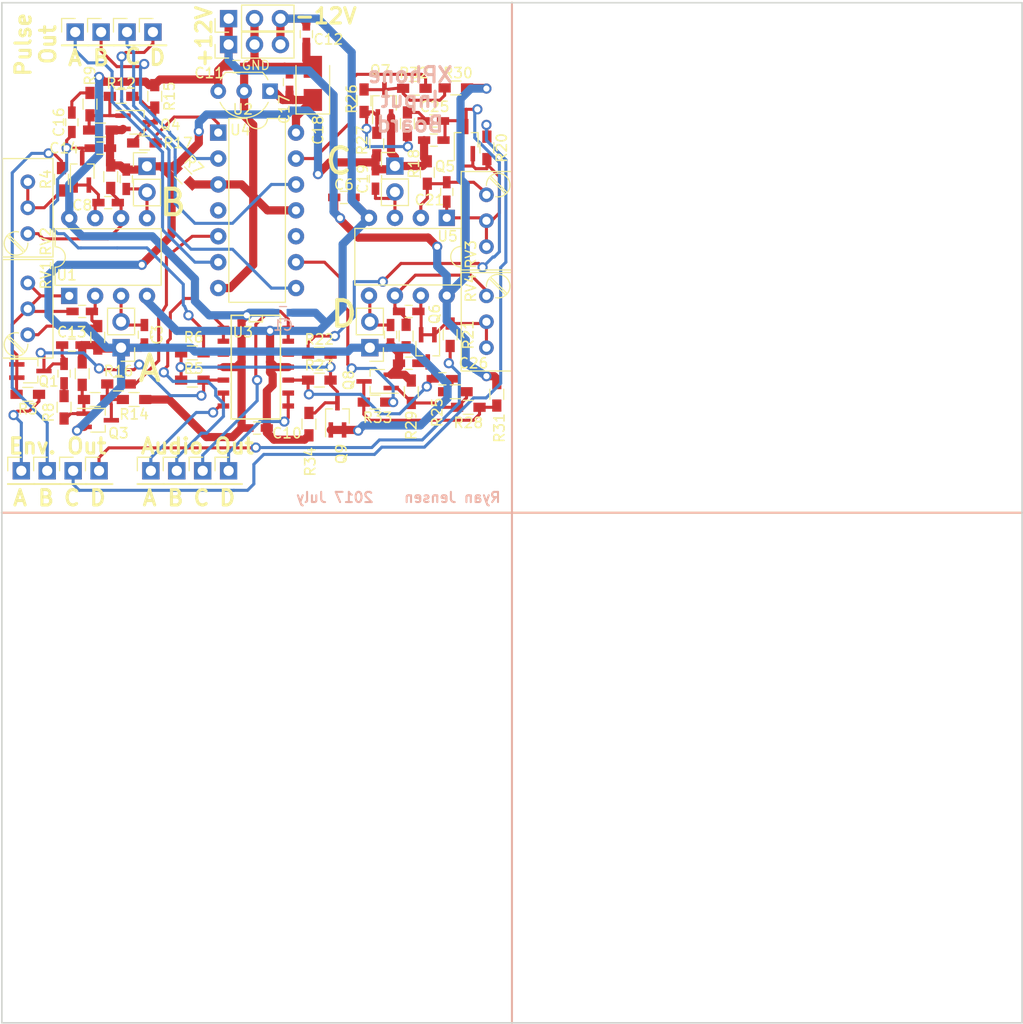
<source format=kicad_pcb>
(kicad_pcb (version 4) (host pcbnew 4.0.6)
  (title_block (date 2017-07-13))
  (layers (0 F.Cu signal) (31 B.Cu signal) (34 B.Paste user) (35 F.Paste user) (36 B.SilkS user) (37 F.SilkS user) (38 B.Mask user) (39 F.Mask user) (44 Edge.Cuts user))
  (net 0 "")
  (net 1 +12V)
  (net 2 "Net-(C3-Pad1)")
  (net 3 GNDA)
  (net 4 "Net-(C4-Pad1)")
  (net 5 "Net-(C7-Pad1)")
  (net 6 "Net-(C7-Pad2)")
  (net 7 "Net-(C8-Pad1)")
  (net 8 "Net-(C8-Pad2)")
  (net 9 GND)
  (net 10 "Net-(C13-Pad1)")
  (net 11 "Net-(C14-Pad1)")
  (net 12 "Net-(C15-Pad1)")
  (net 13 "Net-(C16-Pad1)")
  (net 14 VCC)
  (net 15 "Net-(C19-Pad1)")
  (net 16 "Net-(C20-Pad1)")
  (net 17 "Net-(C21-Pad1)")
  (net 18 "Net-(C21-Pad2)")
  (net 19 "Net-(C22-Pad1)")
  (net 20 "Net-(C22-Pad2)")
  (net 21 "Net-(C23-Pad1)")
  (net 22 "Net-(C24-Pad1)")
  (net 23 "Net-(C25-Pad1)")
  (net 24 "Net-(C26-Pad1)")
  (net 25 "Net-(J1-Pad1)")
  (net 26 "Net-(J2-Pad1)")
  (net 27 "Net-(J3-Pad1)")
  (net 28 "Net-(J4-Pad1)")
  (net 29 "Net-(J5-Pad1)")
  (net 30 "Net-(J6-Pad1)")
  (net 31 "Net-(J7-Pad1)")
  (net 32 "Net-(J8-Pad1)")
  (net 33 "Net-(J9-Pad1)")
  (net 34 "Net-(J10-Pad1)")
  (net 35 "Net-(J11-Pad1)")
  (net 36 "Net-(J12-Pad1)")
  (net 37 V_ENV_BIAS)
  (net 38 "Net-(Q3-Pad1)")
  (net 39 "Net-(Q4-Pad1)")
  (net 40 "Net-(Q3-Pad3)")
  (net 41 "Net-(Q4-Pad3)")
  (net 42 "Net-(R16-Pad1)")
  (net 43 "Net-(R17-Pad1)")
  (net 44 "Net-(Q7-Pad1)")
  (net 45 "Net-(Q8-Pad1)")
  (net 46 "Net-(Q7-Pad3)")
  (net 47 "Net-(Q8-Pad3)")
  (net 48 "Net-(R32-Pad1)")
  (net 49 "Net-(R33-Pad1)")
  (net 50 -12V)
  (module Screw_Holes:#6 (layer F.Cu) (at 72.92 80.97)
    (fp_text reference REF** hide)
    (fp_text value MountingHole_4mm hide)
    (pad 1 np_thru_hole circle (at 0 0) (size 4 4) (drill 4) (layers *.Cu *.Mask))
  )
  (module Resistors_SMD:R_0603_HandSoldering (layer F.Cu) (at 67.992 73.958 90)
    (fp_text reference R29 (at -3.302 0 90) (layer F.SilkS))
    (fp_text value 1M)
    (pad 1 smd rect (at -1.1 0 90) (size 1.2 0.9) (layers F.Cu F.Paste F.Mask) (net 45 "Net-(Q8-Pad1)"))
    (pad 2 smd rect (at 1.1 0 90) (size 1.2 0.9) (layers F.Cu F.Paste F.Mask) (net 3 GNDA))
  )
  (module SMD_Packages:SOIC-14_N (layer F.Cu) (at 52.879 71.545 270)
    (fp_text reference U3 (at -3.429 1.397 360) (layer F.SilkS))
    (fp_text value TL084)
    (pad 1 smd rect (at -3.81 3.302 270) (size 0.508 1.143) (layers F.Cu F.Paste F.Mask) (net 28 "Net-(J4-Pad1)"))
    (pad 2 smd rect (at -2.54 3.302 270) (size 0.508 1.143) (layers F.Cu F.Paste F.Mask) (net 28 "Net-(J4-Pad1)"))
    (pad 3 smd rect (at -1.27 3.302 270) (size 0.508 1.143) (layers F.Cu F.Paste F.Mask) (net 11 "Net-(C14-Pad1)"))
    (pad 4 smd rect (at 0 3.302 270) (size 0.508 1.143) (layers F.Cu F.Paste F.Mask) (net 1 +12V))
    (pad 5 smd rect (at 1.27 3.302 270) (size 0.508 1.143) (layers F.Cu F.Paste F.Mask) (net 10 "Net-(C13-Pad1)"))
    (pad 6 smd rect (at 2.54 3.302 270) (size 0.508 1.143) (layers F.Cu F.Paste F.Mask) (net 27 "Net-(J3-Pad1)"))
    (pad 7 smd rect (at 3.81 3.302 270) (size 0.508 1.143) (layers F.Cu F.Paste F.Mask) (net 27 "Net-(J3-Pad1)"))
    (pad 8 smd rect (at 3.81 -3.048 270) (size 0.508 1.143) (layers F.Cu F.Paste F.Mask) (net 34 "Net-(J10-Pad1)"))
    (pad 9 smd rect (at 2.54 -3.048 270) (size 0.508 1.143) (layers F.Cu F.Paste F.Mask) (net 34 "Net-(J10-Pad1)"))
    (pad 11 smd rect (at 0 -3.048 270) (size 0.508 1.143) (layers F.Cu F.Paste F.Mask) (net 50 -12V))
    (pad 12 smd rect (at -1.27 -3.048 270) (size 0.508 1.143) (layers F.Cu F.Paste F.Mask) (net 21 "Net-(C23-Pad1)"))
    (pad 13 smd rect (at -2.54 -3.048 270) (size 0.508 1.143) (layers F.Cu F.Paste F.Mask) (net 33 "Net-(J9-Pad1)"))
    (pad 14 smd rect (at -3.81 -3.048 270) (size 0.508 1.143) (layers F.Cu F.Paste F.Mask) (net 33 "Net-(J9-Pad1)"))
    (pad 10 smd rect (at 1.27 -3.048 270) (size 0.508 1.143) (layers F.Cu F.Paste F.Mask) (net 22 "Net-(C24-Pad1)"))
  )
  (module Capacitors_SMD:C_0603_HandSoldering (layer B.Cu) (at 55.419 66.211)
    (fp_text reference C1 (at 0 1.25) (layer B.SilkS) (effects (justify mirror)))
    (fp_text value 10n)
    (pad 1 smd rect (at -0.95 0) (size 1.2 0.75) (layers B.Cu B.Paste B.Mask) (net 1 +12V))
    (pad 2 smd rect (at 0.95 0) (size 1.2 0.75) (layers B.Cu B.Paste B.Mask) (net 50 -12V))
  )
  (module Capacitors_SMD:C_0603_HandSoldering (layer F.Cu) (at 41.83 68.37 270)
    (fp_text reference C3 (at 0 -1.25 270) (layer F.SilkS))
    (fp_text value 10n)
    (pad 1 smd rect (at -0.95 0 270) (size 1.2 0.75) (layers F.Cu F.Paste F.Mask) (net 2 "Net-(C3-Pad1)"))
    (pad 2 smd rect (at 0.95 0 270) (size 1.2 0.75) (layers F.Cu F.Paste F.Mask) (net 3 GNDA))
  )
  (module Capacitors_SMD:C_0603_HandSoldering (layer F.Cu) (at 40.052 53.13 90)
    (fp_text reference C4 hide)
    (fp_text value 10n)
    (pad 1 smd rect (at -0.95 0 90) (size 1.2 0.75) (layers F.Cu F.Paste F.Mask) (net 4 "Net-(C4-Pad1)"))
    (pad 2 smd rect (at 0.95 0 90) (size 1.2 0.75) (layers F.Cu F.Paste F.Mask) (net 3 GNDA))
  )
  (module Capacitors_SMD:C_0603_HandSoldering (layer F.Cu) (at 61.388 54.908)
    (fp_text reference C6 (at 0 -1.25) (layer F.SilkS))
    (fp_text value 10n)
    (pad 1 smd rect (at -0.95 0) (size 1.2 0.75) (layers F.Cu F.Paste F.Mask) (net 1 +12V))
    (pad 2 smd rect (at 0.95 0) (size 1.2 0.75) (layers F.Cu F.Paste F.Mask) (net 50 -12V))
  )
  (module Capacitors_SMD:C_0603_HandSoldering (layer F.Cu) (at 35.734 66.084)
    (fp_text reference C7 hide)
    (fp_text value 10n)
    (pad 1 smd rect (at -0.95 0) (size 1.2 0.75) (layers F.Cu F.Paste F.Mask) (net 5 "Net-(C7-Pad1)"))
    (pad 2 smd rect (at 0.95 0) (size 1.2 0.75) (layers F.Cu F.Paste F.Mask) (net 6 "Net-(C7-Pad2)"))
  )
  (module Capacitors_SMD:C_0603_HandSoldering (layer F.Cu) (at 38.274 55.416)
    (fp_text reference C8 (at -2.54 0.254) (layer F.SilkS))
    (fp_text value 10n)
    (pad 1 smd rect (at -0.95 0) (size 1.2 0.75) (layers F.Cu F.Paste F.Mask) (net 7 "Net-(C8-Pad1)"))
    (pad 2 smd rect (at 0.95 0) (size 1.2 0.75) (layers F.Cu F.Paste F.Mask) (net 8 "Net-(C8-Pad2)"))
  )
  (module Capacitors_SMD:C_0603_HandSoldering (layer F.Cu) (at 52.879 77.514)
    (fp_text reference C10 (at 2.921 0.508) (layer F.SilkS))
    (fp_text value 10n)
    (pad 1 smd rect (at -0.95 0) (size 1.2 0.75) (layers F.Cu F.Paste F.Mask) (net 1 +12V))
    (pad 2 smd rect (at 0.95 0) (size 1.2 0.75) (layers F.Cu F.Paste F.Mask) (net 50 -12V))
  )
  (module Capacitors_SMD:C_0603_HandSoldering (layer F.Cu) (at 50.847 42.081)
    (fp_text reference C11 (at -2.667 0.635) (layer F.SilkS))
    (fp_text value 10n)
    (pad 1 smd rect (at -0.95 0) (size 1.2 0.75) (layers F.Cu F.Paste F.Mask) (net 1 +12V))
    (pad 2 smd rect (at 0.95 0) (size 1.2 0.75) (layers F.Cu F.Paste F.Mask) (net 9 GND))
  )
  (module Capacitors_SMD:C_0603_HandSoldering (layer F.Cu) (at 57.705 38.906 90)
    (fp_text reference C12 (at -0.508 2.159 360) (layer F.SilkS))
    (fp_text value 10n)
    (pad 1 smd rect (at -0.95 0 90) (size 1.2 0.75) (layers F.Cu F.Paste F.Mask) (net 9 GND))
    (pad 2 smd rect (at 0.95 0 90) (size 1.2 0.75) (layers F.Cu F.Paste F.Mask) (net 50 -12V))
  )
  (module Capacitors_SMD:C_0603_HandSoldering (layer F.Cu) (at 34.718 69.386)
    (fp_text reference C13 (at 0 -1.27) (layer F.SilkS))
    (fp_text value 10n)
    (pad 1 smd rect (at -0.95 0) (size 1.2 0.75) (layers F.Cu F.Paste F.Mask) (net 10 "Net-(C13-Pad1)"))
    (pad 2 smd rect (at 0.95 0) (size 1.2 0.75) (layers F.Cu F.Paste F.Mask) (net 3 GNDA))
  )
  (module Capacitors_SMD:C_0603_HandSoldering (layer F.Cu) (at 37.512 50.082)
    (fp_text reference C14 (at -3.556 0) (layer F.SilkS))
    (fp_text value 10n)
    (pad 1 smd rect (at -0.95 0) (size 1.2 0.75) (layers F.Cu F.Paste F.Mask) (net 11 "Net-(C14-Pad1)"))
    (pad 2 smd rect (at 0.95 0) (size 1.2 0.75) (layers F.Cu F.Paste F.Mask) (net 3 GNDA))
  )
  (module Capacitors_SMD:C_0603_HandSoldering (layer F.Cu) (at 33.956 72.18 90)
    (fp_text reference C15 hide)
    (fp_text value 10n)
    (pad 1 smd rect (at -0.95 0 90) (size 1.2 0.75) (layers F.Cu F.Paste F.Mask) (net 12 "Net-(C15-Pad1)"))
    (pad 2 smd rect (at 0.95 0 90) (size 1.2 0.75) (layers F.Cu F.Paste F.Mask) (net 10 "Net-(C13-Pad1)"))
  )
  (module Capacitors_SMD:C_0603_HandSoldering (layer F.Cu) (at 34.718 47.542 270)
    (fp_text reference C16 (at 0 1.27 270) (layer F.SilkS))
    (fp_text value 10n)
    (pad 1 smd rect (at -0.95 0 270) (size 1.2 0.75) (layers F.Cu F.Paste F.Mask) (net 13 "Net-(C16-Pad1)"))
    (pad 2 smd rect (at 0.95 0 270) (size 1.2 0.75) (layers F.Cu F.Paste F.Mask) (net 11 "Net-(C14-Pad1)"))
  )
  (module Capacitors_SMD:C_0603_HandSoldering (layer F.Cu) (at 56.054 43.605 90)
    (fp_text reference C17 (at -2.667 -0.508 270) (layer F.SilkS))
    (fp_text value 10n)
    (pad 1 smd rect (at -0.95 0 90) (size 1.2 0.75) (layers F.Cu F.Paste F.Mask) (net 14 VCC))
    (pad 2 smd rect (at 0.95 0 90) (size 1.2 0.75) (layers F.Cu F.Paste F.Mask) (net 9 GND))
  )
  (module Capacitors_SMD:C_0603_HandSoldering (layer F.Cu) (at 64.482 53.102 90)
    (fp_text reference C19 (at 0 -1.25 90) (layer F.SilkS))
    (fp_text value 10n)
    (pad 1 smd rect (at -0.95 0 90) (size 1.2 0.75) (layers F.Cu F.Paste F.Mask) (net 15 "Net-(C19-Pad1)"))
    (pad 2 smd rect (at 0.95 0 90) (size 1.2 0.75) (layers F.Cu F.Paste F.Mask) (net 3 GNDA))
  )
  (module Capacitors_SMD:C_0603_HandSoldering (layer F.Cu) (at 65.96 68.37 270)
    (fp_text reference C20 hide)
    (fp_text value 10n)
    (pad 1 smd rect (at -0.95 0 270) (size 1.2 0.75) (layers F.Cu F.Paste F.Mask) (net 16 "Net-(C20-Pad1)"))
    (pad 2 smd rect (at 0.95 0 270) (size 1.2 0.75) (layers F.Cu F.Paste F.Mask) (net 3 GNDA))
  )
  (module Capacitors_SMD:C_0603_HandSoldering (layer F.Cu) (at 71.467 54.372 90)
    (fp_text reference C21 (at -0.79 -1.697 180) (layer F.SilkS))
    (fp_text value 10n)
    (pad 1 smd rect (at -0.95 0 90) (size 1.2 0.75) (layers F.Cu F.Paste F.Mask) (net 17 "Net-(C21-Pad1)"))
    (pad 2 smd rect (at 0.95 0 90) (size 1.2 0.75) (layers F.Cu F.Paste F.Mask) (net 18 "Net-(C21-Pad2)"))
  )
  (module Capacitors_SMD:C_0603_HandSoldering (layer F.Cu) (at 67.738 66.084 180)
    (fp_text reference C22 hide)
    (fp_text value 10n)
    (pad 1 smd rect (at -0.95 0 180) (size 1.2 0.75) (layers F.Cu F.Paste F.Mask) (net 19 "Net-(C22-Pad1)"))
    (pad 2 smd rect (at 0.95 0 180) (size 1.2 0.75) (layers F.Cu F.Paste F.Mask) (net 20 "Net-(C22-Pad2)"))
  )
  (module Capacitors_SMD:C_0603_HandSoldering (layer F.Cu) (at 70.197 49.292 180)
    (fp_text reference C23 hide)
    (fp_text value 10n)
    (pad 1 smd rect (at -0.95 0 180) (size 1.2 0.75) (layers F.Cu F.Paste F.Mask) (net 21 "Net-(C23-Pad1)"))
    (pad 2 smd rect (at 0.95 0 180) (size 1.2 0.75) (layers F.Cu F.Paste F.Mask) (net 3 GNDA))
  )
  (module Capacitors_SMD:C_0603_HandSoldering (layer F.Cu) (at 67.738 71.164 180)
    (fp_text reference C24 hide)
    (fp_text value 10n)
    (pad 1 smd rect (at -0.95 0 180) (size 1.2 0.75) (layers F.Cu F.Paste F.Mask) (net 22 "Net-(C24-Pad1)"))
    (pad 2 smd rect (at 0.95 0 180) (size 1.2 0.75) (layers F.Cu F.Paste F.Mask) (net 3 GNDA))
  )
  (module Capacitors_SMD:C_0603_HandSoldering (layer F.Cu) (at 70.151 47.415)
    (fp_text reference C25 (at 0.127 -1.397) (layer F.SilkS))
    (fp_text value 10n)
    (pad 1 smd rect (at -0.95 0) (size 1.2 0.75) (layers F.Cu F.Paste F.Mask) (net 23 "Net-(C25-Pad1)"))
    (pad 2 smd rect (at 0.95 0) (size 1.2 0.75) (layers F.Cu F.Paste F.Mask) (net 21 "Net-(C23-Pad1)"))
  )
  (module Capacitors_SMD:C_0603_HandSoldering (layer F.Cu) (at 71.04 72.688 180)
    (fp_text reference C26 (at -3.048 1.524 360) (layer F.SilkS))
    (fp_text value 10n)
    (pad 1 smd rect (at -0.95 0 180) (size 1.2 0.75) (layers F.Cu F.Paste F.Mask) (net 24 "Net-(C26-Pad1)"))
    (pad 2 smd rect (at 0.95 0 180) (size 1.2 0.75) (layers F.Cu F.Paste F.Mask) (net 22 "Net-(C24-Pad1)"))
  )
  (module Resistors_SMD:R_0603_HandSoldering (layer F.Cu) (at 37.258 68.624 270)
    (fp_text reference R1 hide)
    (fp_text value 4.7)
    (pad 1 smd rect (at -1.1 0 270) (size 1.2 0.9) (layers F.Cu F.Paste F.Mask) (net 6 "Net-(C7-Pad2)"))
    (pad 2 smd rect (at 1.1 0 270) (size 1.2 0.9) (layers F.Cu F.Paste F.Mask) (net 3 GNDA))
  )
  (module Resistors_SMD:R_0603_HandSoldering (layer F.Cu) (at 38.528 52.876 90)
    (fp_text reference R2 hide)
    (fp_text value 4.7)
    (pad 1 smd rect (at -1.1 0 90) (size 1.2 0.9) (layers F.Cu F.Paste F.Mask) (net 8 "Net-(C8-Pad2)"))
    (pad 2 smd rect (at 1.1 0 90) (size 1.2 0.9) (layers F.Cu F.Paste F.Mask) (net 3 GNDA))
  )
  (module Resistors_SMD:R_0603_HandSoldering (layer F.Cu) (at 30.4 74.212 180)
    (fp_text reference R3 (at 0 -1.45 180) (layer F.SilkS))
    (fp_text value 10k)
    (pad 1 smd rect (at -1.1 0 180) (size 1.2 0.9) (layers F.Cu F.Paste F.Mask) (net 25 "Net-(J1-Pad1)"))
    (pad 2 smd rect (at 1.1 0 180) (size 1.2 0.9) (layers F.Cu F.Paste F.Mask) (net 5 "Net-(C7-Pad1)"))
  )
  (module Resistors_SMD:R_0603_HandSoldering (layer F.Cu) (at 33.702 53.13 270)
    (fp_text reference R4 (at 0 1.524 270) (layer F.SilkS))
    (fp_text value 10k)
    (pad 1 smd rect (at -1.1 0 270) (size 1.2 0.9) (layers F.Cu F.Paste F.Mask) (net 26 "Net-(J2-Pad1)"))
    (pad 2 smd rect (at 1.1 0 270) (size 1.2 0.9) (layers F.Cu F.Paste F.Mask) (net 7 "Net-(C8-Pad1)"))
  )
  (module Resistors_SMD:R_0603_HandSoldering (layer F.Cu) (at 46.529 72.815 180)
    (fp_text reference R5 (at -0.127 1.143 180) (layer F.SilkS))
    (fp_text value 10M)
    (pad 1 smd rect (at -1.1 0 180) (size 1.2 0.9) (layers F.Cu F.Paste F.Mask) (net 10 "Net-(C13-Pad1)"))
    (pad 2 smd rect (at 1.1 0 180) (size 1.2 0.9) (layers F.Cu F.Paste F.Mask) (net 37 V_ENV_BIAS))
  )
  (module Resistors_SMD:R_0603_HandSoldering (layer F.Cu) (at 46.529 70.148 180)
    (fp_text reference R6 (at -0.127 1.524 180) (layer F.SilkS))
    (fp_text value 10M)
    (pad 1 smd rect (at -1.1 0 180) (size 1.2 0.9) (layers F.Cu F.Paste F.Mask) (net 11 "Net-(C14-Pad1)"))
    (pad 2 smd rect (at 1.1 0 180) (size 1.2 0.9) (layers F.Cu F.Paste F.Mask) (net 37 V_ENV_BIAS))
  )
  (module Resistors_SMD:R_0603_HandSoldering (layer F.Cu) (at 45.64 52.749 315)
    (fp_text reference R7 (at 0 -1.45 315) (layer F.SilkS))
    (fp_text value 0)
    (pad 1 smd rect (at -1.1 0 315) (size 1.2 0.9) (layers F.Cu F.Paste F.Mask) (net 3 GNDA))
    (pad 2 smd rect (at 1.1 0 315) (size 1.2 0.9) (layers F.Cu F.Paste F.Mask) (net 9 GND))
  )
  (module Resistors_SMD:R_0603_HandSoldering (layer F.Cu) (at 33.956 75.482 90)
    (fp_text reference R8 (at -0.508 -1.524 90) (layer F.SilkS))
    (fp_text value 1M)
    (pad 1 smd rect (at -1.1 0 90) (size 1.2 0.9) (layers F.Cu F.Paste F.Mask) (net 38 "Net-(Q3-Pad1)"))
    (pad 2 smd rect (at 1.1 0 90) (size 1.2 0.9) (layers F.Cu F.Paste F.Mask) (net 12 "Net-(C15-Pad1)"))
  )
  (module Resistors_SMD:R_0603_HandSoldering (layer F.Cu) (at 36.496 45.764 90)
    (fp_text reference R9 (at 2.794 0 90) (layer F.SilkS))
    (fp_text value 1M)
    (pad 1 smd rect (at -1.1 0 90) (size 1.2 0.9) (layers F.Cu F.Paste F.Mask) (net 39 "Net-(Q4-Pad1)"))
    (pad 2 smd rect (at 1.1 0 90) (size 1.2 0.9) (layers F.Cu F.Paste F.Mask) (net 13 "Net-(C16-Pad1)"))
  )
  (module Resistors_SMD:R_0603_HandSoldering (layer F.Cu) (at 37.004 74.72 180)
    (fp_text reference R10 hide)
    (fp_text value 10M)
    (pad 1 smd rect (at -1.1 0 180) (size 1.2 0.9) (layers F.Cu F.Paste F.Mask) (net 40 "Net-(Q3-Pad3)"))
    (pad 2 smd rect (at 1.1 0 180) (size 1.2 0.9) (layers F.Cu F.Paste F.Mask) (net 38 "Net-(Q3-Pad1)"))
  )
  (module Resistors_SMD:R_0603_HandSoldering (layer F.Cu) (at 35.734 72.18 90)
    (fp_text reference R11 hide)
    (fp_text value 1M)
    (pad 1 smd rect (at -1.1 0 90) (size 1.2 0.9) (layers F.Cu F.Paste F.Mask) (net 38 "Net-(Q3-Pad1)"))
    (pad 2 smd rect (at 1.1 0 90) (size 1.2 0.9) (layers F.Cu F.Paste F.Mask) (net 3 GNDA))
  )
  (module Resistors_SMD:R_0603_HandSoldering (layer F.Cu) (at 39.544 45.002 180)
    (fp_text reference R12 (at 0 1.27 180) (layer F.SilkS))
    (fp_text value 10M)
    (pad 1 smd rect (at -1.1 0 180) (size 1.2 0.9) (layers F.Cu F.Paste F.Mask) (net 41 "Net-(Q4-Pad3)"))
    (pad 2 smd rect (at 1.1 0 180) (size 1.2 0.9) (layers F.Cu F.Paste F.Mask) (net 39 "Net-(Q4-Pad1)"))
  )
  (module Resistors_SMD:R_0603_HandSoldering (layer F.Cu) (at 37.512 48.304)
    (fp_text reference R13 hide)
    (fp_text value 1M)
    (pad 1 smd rect (at -1.1 0) (size 1.2 0.9) (layers F.Cu F.Paste F.Mask) (net 39 "Net-(Q4-Pad1)"))
    (pad 2 smd rect (at 1.1 0) (size 1.2 0.9) (layers F.Cu F.Paste F.Mask) (net 3 GNDA))
  )
  (module Resistors_SMD:R_0603_HandSoldering (layer F.Cu) (at 40.814 74.72 180)
    (fp_text reference R14 (at 0 -1.45 180) (layer F.SilkS))
    (fp_text value 100k)
    (pad 1 smd rect (at -1.1 0 180) (size 1.2 0.9) (layers F.Cu F.Paste F.Mask) (net 1 +12V))
    (pad 2 smd rect (at 1.1 0 180) (size 1.2 0.9) (layers F.Cu F.Paste F.Mask) (net 40 "Net-(Q3-Pad3)"))
  )
  (module Resistors_SMD:R_0603_HandSoldering (layer F.Cu) (at 42.846 45.002 270)
    (fp_text reference R15 (at 0 -1.45 270) (layer F.SilkS))
    (fp_text value 100k)
    (pad 1 smd rect (at -1.1 0 270) (size 1.2 0.9) (layers F.Cu F.Paste F.Mask) (net 1 +12V))
    (pad 2 smd rect (at 1.1 0 270) (size 1.2 0.9) (layers F.Cu F.Paste F.Mask) (net 41 "Net-(Q4-Pad3)"))
  )
  (module Resistors_SMD:R_0603_HandSoldering (layer F.Cu) (at 39.29 73.196 180)
    (fp_text reference R16 (at 0 1.27 180) (layer F.SilkS))
    (fp_text value 100k)
    (pad 1 smd rect (at -1.1 0 180) (size 1.2 0.9) (layers F.Cu F.Paste F.Mask) (net 42 "Net-(R16-Pad1)"))
    (pad 2 smd rect (at 1.1 0 180) (size 1.2 0.9) (layers F.Cu F.Paste F.Mask) (net 40 "Net-(Q3-Pad3)"))
  )
  (module Resistors_SMD:R_0603_HandSoldering (layer F.Cu) (at 41.83 49.574 180)
    (fp_text reference R17 (at -3.302 0 180) (layer F.SilkS))
    (fp_text value 100k)
    (pad 1 smd rect (at -1.1 0 180) (size 1.2 0.9) (layers F.Cu F.Paste F.Mask) (net 43 "Net-(R17-Pad1)"))
    (pad 2 smd rect (at 1.1 0 180) (size 1.2 0.9) (layers F.Cu F.Paste F.Mask) (net 41 "Net-(Q4-Pad3)"))
  )
  (module Resistors_SMD:R_0603_HandSoldering (layer F.Cu) (at 69.562 52.467 90)
    (fp_text reference R18 (at 0.861 -1.316 90) (layer F.SilkS))
    (fp_text value 4.7)
    (pad 1 smd rect (at -1.1 0 90) (size 1.2 0.9) (layers F.Cu F.Paste F.Mask) (net 18 "Net-(C21-Pad2)"))
    (pad 2 smd rect (at 1.1 0 90) (size 1.2 0.9) (layers F.Cu F.Paste F.Mask) (net 3 GNDA))
  )
  (module Resistors_SMD:R_0603_HandSoldering (layer F.Cu) (at 67.484 68.497 270)
    (fp_text reference R19 hide)
    (fp_text value 4.7)
    (pad 1 smd rect (at -1.1 0 270) (size 1.2 0.9) (layers F.Cu F.Paste F.Mask) (net 20 "Net-(C22-Pad2)"))
    (pad 2 smd rect (at 1.1 0 270) (size 1.2 0.9) (layers F.Cu F.Paste F.Mask) (net 3 GNDA))
  )
  (module Resistors_SMD:R_0603_HandSoldering (layer F.Cu) (at 75.404 50.054 270)
    (fp_text reference R20 (at 0 -1.45 270) (layer F.SilkS))
    (fp_text value 10k)
    (pad 1 smd rect (at -1.1 0 270) (size 1.2 0.9) (layers F.Cu F.Paste F.Mask) (net 31 "Net-(J7-Pad1)"))
    (pad 2 smd rect (at 1.1 0 270) (size 1.2 0.9) (layers F.Cu F.Paste F.Mask) (net 17 "Net-(C21-Pad1)"))
  )
  (module Resistors_SMD:R_0603_HandSoldering (layer F.Cu) (at 71.802 68.37 90)
    (fp_text reference R21 (at 0 1.778 90) (layer F.SilkS))
    (fp_text value 10k)
    (pad 1 smd rect (at -1.1 0 90) (size 1.2 0.9) (layers F.Cu F.Paste F.Mask) (net 32 "Net-(J8-Pad1)"))
    (pad 2 smd rect (at 1.1 0 90) (size 1.2 0.9) (layers F.Cu F.Paste F.Mask) (net 19 "Net-(C22-Pad1)"))
  )
  (module Resistors_SMD:R_0603_HandSoldering (layer F.Cu) (at 58.975 70.275)
    (fp_text reference R22 (at 0 -1.45) (layer F.SilkS))
    (fp_text value 10M)
    (pad 1 smd rect (at -1.1 0) (size 1.2 0.9) (layers F.Cu F.Paste F.Mask) (net 21 "Net-(C23-Pad1)"))
    (pad 2 smd rect (at 1.1 0) (size 1.2 0.9) (layers F.Cu F.Paste F.Mask) (net 37 V_ENV_BIAS))
  )
  (module Resistors_SMD:R_0603_HandSoldering (layer F.Cu) (at 58.975 72.815)
    (fp_text reference R23 (at 0 -1.45) (layer F.SilkS))
    (fp_text value 10M)
    (pad 1 smd rect (at -1.1 0) (size 1.2 0.9) (layers F.Cu F.Paste F.Mask) (net 22 "Net-(C24-Pad1)"))
    (pad 2 smd rect (at 1.1 0) (size 1.2 0.9) (layers F.Cu F.Paste F.Mask) (net 37 V_ENV_BIAS))
  )
  (module Resistors_SMD:R_0603_HandSoldering (layer F.Cu) (at 67.61 47.678 90)
    (fp_text reference R24 hide)
    (fp_text value 1M)
    (pad 1 smd rect (at -1.1 0 90) (size 1.2 0.9) (layers F.Cu F.Paste F.Mask) (net 44 "Net-(Q7-Pad1)"))
    (pad 2 smd rect (at 1.1 0 90) (size 1.2 0.9) (layers F.Cu F.Paste F.Mask) (net 23 "Net-(C25-Pad1)"))
  )
  (module Resistors_SMD:R_0603_HandSoldering (layer F.Cu) (at 72.31 73.958 180)
    (fp_text reference R25 (at 1.778 -2.032 270) (layer F.SilkS))
    (fp_text value 1M)
    (pad 1 smd rect (at -1.1 0 180) (size 1.2 0.9) (layers F.Cu F.Paste F.Mask) (net 45 "Net-(Q8-Pad1)"))
    (pad 2 smd rect (at 1.1 0 180) (size 1.2 0.9) (layers F.Cu F.Paste F.Mask) (net 24 "Net-(C26-Pad1)"))
  )
  (module Resistors_SMD:R_0603_HandSoldering (layer F.Cu) (at 63.36 45.428 270)
    (fp_text reference R26 (at -0.172 1.21 270) (layer F.SilkS))
    (fp_text value 10M)
    (pad 1 smd rect (at -1.1 0 270) (size 1.2 0.9) (layers F.Cu F.Paste F.Mask) (net 46 "Net-(Q7-Pad3)"))
    (pad 2 smd rect (at 1.1 0 270) (size 1.2 0.9) (layers F.Cu F.Paste F.Mask) (net 44 "Net-(Q7-Pad1)"))
  )
  (module Resistors_SMD:R_0603_HandSoldering (layer F.Cu) (at 64.61 49.678 270)
    (fp_text reference R27 (at -0.358 1.444 270) (layer F.SilkS))
    (fp_text value 1M)
    (pad 1 smd rect (at -1.1 0 270) (size 1.2 0.9) (layers F.Cu F.Paste F.Mask) (net 44 "Net-(Q7-Pad1)"))
    (pad 2 smd rect (at 1.1 0 270) (size 1.2 0.9) (layers F.Cu F.Paste F.Mask) (net 3 GNDA))
  )
  (module Resistors_SMD:R_0603_HandSoldering (layer F.Cu) (at 73.58 75.482 180)
    (fp_text reference R28 (at 0 -1.524 180) (layer F.SilkS))
    (fp_text value 10M)
    (pad 1 smd rect (at -1.1 0 180) (size 1.2 0.9) (layers F.Cu F.Paste F.Mask) (net 47 "Net-(Q8-Pad3)"))
    (pad 2 smd rect (at 1.1 0 180) (size 1.2 0.9) (layers F.Cu F.Paste F.Mask) (net 45 "Net-(Q8-Pad1)"))
  )
  (module Resistors_SMD:R_0603_HandSoldering (layer F.Cu) (at 72.36 44.178 180)
    (fp_text reference R30 (at -0.204 1.462 180) (layer F.SilkS))
    (fp_text value 100k)
    (pad 1 smd rect (at -1.1 0 180) (size 1.2 0.9) (layers F.Cu F.Paste F.Mask) (net 1 +12V))
    (pad 2 smd rect (at 1.1 0 180) (size 1.2 0.9) (layers F.Cu F.Paste F.Mask) (net 46 "Net-(Q7-Pad3)"))
  )
  (module Resistors_SMD:R_0603_HandSoldering (layer F.Cu) (at 76.374 74.212 270)
    (fp_text reference R31 (at 3.302 -0.254 270) (layer F.SilkS))
    (fp_text value 100k)
    (pad 1 smd rect (at -1.1 0 270) (size 1.2 0.9) (layers F.Cu F.Paste F.Mask) (net 1 +12V))
    (pad 2 smd rect (at 1.1 0 270) (size 1.2 0.9) (layers F.Cu F.Paste F.Mask) (net 47 "Net-(Q8-Pad3)"))
  )
  (module Resistors_SMD:R_0603_HandSoldering (layer F.Cu) (at 68.292 44.212 180)
    (fp_text reference R32 (at 0.046 1.496 180) (layer F.SilkS))
    (fp_text value 100k)
    (pad 1 smd rect (at -1.1 0 180) (size 1.2 0.9) (layers F.Cu F.Paste F.Mask) (net 48 "Net-(R32-Pad1)"))
    (pad 2 smd rect (at 1.1 0 180) (size 1.2 0.9) (layers F.Cu F.Paste F.Mask) (net 46 "Net-(Q7-Pad3)"))
  )
  (module Resistors_SMD:R_0603_HandSoldering (layer F.Cu) (at 64.436 74.974 180)
    (fp_text reference R33 (at -0.254 -1.524 180) (layer F.SilkS))
    (fp_text value 100k)
    (pad 1 smd rect (at -1.1 0 180) (size 1.2 0.9) (layers F.Cu F.Paste F.Mask) (net 49 "Net-(R33-Pad1)"))
    (pad 2 smd rect (at 1.1 0 180) (size 1.2 0.9) (layers F.Cu F.Paste F.Mask) (net 47 "Net-(Q8-Pad3)"))
  )
  (module TO_SOT_Packages_SMD:SOT-323_SC-70_Handsoldering (layer F.Cu) (at 30.654 71.926)
    (fp_text reference Q1 (at 1.778 1.016) (layer F.SilkS))
    (fp_text value BC847CW hide)
    (pad 1 smd rect (at -1.33 -0.65 270) (size 0.45 1.5) (layers F.Cu F.Paste F.Mask) (net 5 "Net-(C7-Pad1)"))
    (pad 2 smd rect (at -1.33 0.65 270) (size 0.45 1.5) (layers F.Cu F.Paste F.Mask) (net 5 "Net-(C7-Pad1)"))
    (pad 3 smd rect (at 1.33 0 270) (size 0.45 1.5) (layers F.Cu F.Paste F.Mask) (net 10 "Net-(C13-Pad1)"))
  )
  (module TO_SOT_Packages_SMD:SOT-323_SC-70_Handsoldering (layer F.Cu) (at 35.734 52.368 90)
    (fp_text reference Q2 hide)
    (fp_text value BC847CW hide)
    (pad 1 smd rect (at -1.33 -0.65) (size 0.45 1.5) (layers F.Cu F.Paste F.Mask) (net 7 "Net-(C8-Pad1)"))
    (pad 2 smd rect (at -1.33 0.65) (size 0.45 1.5) (layers F.Cu F.Paste F.Mask) (net 7 "Net-(C8-Pad1)"))
    (pad 3 smd rect (at 1.33 0) (size 0.45 1.5) (layers F.Cu F.Paste F.Mask) (net 11 "Net-(C14-Pad1)"))
  )
  (module Pin_Headers:Pin_Header_Straight_1x03_Pitch2.54mm (layer F.Cu) (at 50.085 39.922 90)
    (fp_text reference J14 hide)
    (fp_text value "Power Out")
    (pad 1 thru_hole rect (at 0 0 90) (size 1.7 1.7) (drill 1) (layers *.Cu *.Mask) (net 1 +12V))
    (pad 2 thru_hole oval (at 0 2.54 90) (size 1.7 1.7) (drill 1) (layers *.Cu *.Mask) (net 9 GND))
    (pad 3 thru_hole oval (at 0 5.08 90) (size 1.7 1.7) (drill 1) (layers *.Cu *.Mask) (net 50 -12V))
  )
  (module Pin_Headers:Pin_Header_Straight_1x03_Pitch2.54mm (layer F.Cu) (at 50.085 37.382 90)
    (fp_text reference J13 hide)
    (fp_text value "Power In")
    (pad 1 thru_hole rect (at 0 0 90) (size 1.7 1.7) (drill 1) (layers *.Cu *.Mask) (net 1 +12V))
    (pad 2 thru_hole oval (at 0 2.54 90) (size 1.7 1.7) (drill 1) (layers *.Cu *.Mask) (net 9 GND))
    (pad 3 thru_hole oval (at 0 5.08 90) (size 1.7 1.7) (drill 1) (layers *.Cu *.Mask) (net 50 -12V))
  )
  (module TO_SOT_Packages_SMD:SOT-323_SC-70_Handsoldering (layer F.Cu) (at 64.69 72.942 180)
    (fp_text reference Q8 (at 2.83 0.122 450) (layer F.SilkS))
    (fp_text value BC847CW hide)
    (pad 1 smd rect (at -1.33 -0.65 90) (size 0.45 1.5) (layers F.Cu F.Paste F.Mask) (net 45 "Net-(Q8-Pad1)"))
    (pad 2 smd rect (at -1.33 0.65 90) (size 0.45 1.5) (layers F.Cu F.Paste F.Mask) (net 3 GNDA))
    (pad 3 smd rect (at 1.33 0 90) (size 0.45 1.5) (layers F.Cu F.Paste F.Mask) (net 47 "Net-(Q8-Pad3)"))
  )
  (module TO_SOT_Packages_SMD:SOT-323_SC-70_Handsoldering (layer F.Cu) (at 65.36 45.678 90)
    (fp_text reference Q7 (at 3.216 -0.416 180) (layer F.SilkS))
    (fp_text value BC847CW hide)
    (pad 1 smd rect (at -1.33 -0.65) (size 0.45 1.5) (layers F.Cu F.Paste F.Mask) (net 44 "Net-(Q7-Pad1)"))
    (pad 2 smd rect (at -1.33 0.65) (size 0.45 1.5) (layers F.Cu F.Paste F.Mask) (net 3 GNDA))
    (pad 3 smd rect (at 1.33 0) (size 0.45 1.5) (layers F.Cu F.Paste F.Mask) (net 46 "Net-(Q7-Pad3)"))
  )
  (module TO_SOT_Packages_SMD:SOT-323_SC-70_Handsoldering (layer F.Cu) (at 69.606 69.702 270)
    (fp_text reference Q6 (at -3.364 -0.672 270) (layer F.SilkS))
    (fp_text value BC847CW hide)
    (pad 1 smd rect (at -1.33 -0.65 180) (size 0.45 1.5) (layers F.Cu F.Paste F.Mask) (net 19 "Net-(C22-Pad1)"))
    (pad 2 smd rect (at -1.33 0.65 180) (size 0.45 1.5) (layers F.Cu F.Paste F.Mask) (net 19 "Net-(C22-Pad1)"))
    (pad 3 smd rect (at 1.33 0 180) (size 0.45 1.5) (layers F.Cu F.Paste F.Mask) (net 22 "Net-(C24-Pad1)"))
  )
  (module TO_SOT_Packages_SMD:SOT-323_SC-70_Handsoldering (layer F.Cu) (at 73.372 49.292 90)
    (fp_text reference Q5 (at -2.568 -2.078 180) (layer F.SilkS))
    (fp_text value BC847CW hide)
    (pad 1 smd rect (at -1.33 -0.65) (size 0.45 1.5) (layers F.Cu F.Paste F.Mask) (net 17 "Net-(C21-Pad1)"))
    (pad 2 smd rect (at -1.33 0.65) (size 0.45 1.5) (layers F.Cu F.Paste F.Mask) (net 17 "Net-(C21-Pad1)"))
    (pad 3 smd rect (at 1.33 0) (size 0.45 1.5) (layers F.Cu F.Paste F.Mask) (net 21 "Net-(C23-Pad1)"))
  )
  (module TO_SOT_Packages_SMD:SOT-323_SC-70_Handsoldering (layer F.Cu) (at 41.068 47.542)
    (fp_text reference Q4 (at 3.302 0.254) (layer F.SilkS))
    (fp_text value BC847CW hide)
    (pad 1 smd rect (at -1.33 -0.65 270) (size 0.45 1.5) (layers F.Cu F.Paste F.Mask) (net 39 "Net-(Q4-Pad1)"))
    (pad 2 smd rect (at -1.33 0.65 270) (size 0.45 1.5) (layers F.Cu F.Paste F.Mask) (net 3 GNDA))
    (pad 3 smd rect (at 1.33 0 270) (size 0.45 1.5) (layers F.Cu F.Paste F.Mask) (net 41 "Net-(Q4-Pad3)"))
  )
  (module TO_SOT_Packages_SMD:SOT-323_SC-70_Handsoldering (layer F.Cu) (at 37.258 76.752)
    (fp_text reference Q3 (at 2.032 1.27) (layer F.SilkS))
    (fp_text value BC847CW hide)
    (pad 1 smd rect (at -1.33 -0.65 270) (size 0.45 1.5) (layers F.Cu F.Paste F.Mask) (net 38 "Net-(Q3-Pad1)"))
    (pad 2 smd rect (at -1.33 0.65 270) (size 0.45 1.5) (layers F.Cu F.Paste F.Mask) (net 3 GNDA))
    (pad 3 smd rect (at 1.33 0 270) (size 0.45 1.5) (layers F.Cu F.Paste F.Mask) (net 40 "Net-(Q3-Pad3)"))
  )
  (module Housings_DIP:DIP-8_W7.62mm (layer F.Cu) (at 71.467 56.912 270)
    (fp_text reference U5 (at 1.806 -0.081 360) (layer F.SilkS))
    (fp_text value LM833)
    (pad 1 thru_hole rect (at 0 0 270) (size 1.6 1.6) (drill 0.8) (layers *.Cu *.Mask) (net 17 "Net-(C21-Pad1)"))
    (pad 5 thru_hole oval (at 7.62 7.62 270) (size 1.6 1.6) (drill 0.8) (layers *.Cu *.Mask) (net 16 "Net-(C20-Pad1)"))
    (pad 2 thru_hole oval (at 0 2.54 270) (size 1.6 1.6) (drill 0.8) (layers *.Cu *.Mask) (net 18 "Net-(C21-Pad2)"))
    (pad 6 thru_hole oval (at 7.62 5.08 270) (size 1.6 1.6) (drill 0.8) (layers *.Cu *.Mask) (net 20 "Net-(C22-Pad2)"))
    (pad 3 thru_hole oval (at 0 5.08 270) (size 1.6 1.6) (drill 0.8) (layers *.Cu *.Mask) (net 15 "Net-(C19-Pad1)"))
    (pad 7 thru_hole oval (at 7.62 2.54 270) (size 1.6 1.6) (drill 0.8) (layers *.Cu *.Mask) (net 19 "Net-(C22-Pad1)"))
    (pad 4 thru_hole oval (at 0 7.62 270) (size 1.6 1.6) (drill 0.8) (layers *.Cu *.Mask) (net 50 -12V))
    (pad 8 thru_hole oval (at 7.62 0 270) (size 1.6 1.6) (drill 0.8) (layers *.Cu *.Mask) (net 1 +12V))
  )
  (module Housings_DIP:DIP-8_W7.62mm (layer F.Cu) (at 34.464 64.56 90)
    (fp_text reference U1 (at 2.032 -0.254 180) (layer F.SilkS))
    (fp_text value LM833)
    (pad 1 thru_hole rect (at 0 0 90) (size 1.6 1.6) (drill 0.8) (layers *.Cu *.Mask) (net 5 "Net-(C7-Pad1)"))
    (pad 5 thru_hole oval (at 7.62 7.62 90) (size 1.6 1.6) (drill 0.8) (layers *.Cu *.Mask) (net 4 "Net-(C4-Pad1)"))
    (pad 2 thru_hole oval (at 0 2.54 90) (size 1.6 1.6) (drill 0.8) (layers *.Cu *.Mask) (net 6 "Net-(C7-Pad2)"))
    (pad 6 thru_hole oval (at 7.62 5.08 90) (size 1.6 1.6) (drill 0.8) (layers *.Cu *.Mask) (net 8 "Net-(C8-Pad2)"))
    (pad 3 thru_hole oval (at 0 5.08 90) (size 1.6 1.6) (drill 0.8) (layers *.Cu *.Mask) (net 2 "Net-(C3-Pad1)"))
    (pad 7 thru_hole oval (at 7.62 2.54 90) (size 1.6 1.6) (drill 0.8) (layers *.Cu *.Mask) (net 7 "Net-(C8-Pad1)"))
    (pad 4 thru_hole oval (at 0 7.62 90) (size 1.6 1.6) (drill 0.8) (layers *.Cu *.Mask) (net 50 -12V))
    (pad 8 thru_hole oval (at 7.62 0 90) (size 1.6 1.6) (drill 0.8) (layers *.Cu *.Mask) (net 1 +12V))
  )
  (module Potentiometers:Potentiometer_Trimmer_Bourns_3296W (layer F.Cu) (at 75.358 64.56 90)
    (fp_text reference RV4 (at 0.762 -1.524 90) (layer F.SilkS))
    (fp_text value 10k)
    (pad 1 thru_hole circle (at 0 0 90) (size 1.44 1.44) (drill 0.8) (layers *.Cu *.Mask) (net 20 "Net-(C22-Pad2)"))
    (pad 2 thru_hole circle (at -2.54 0 90) (size 1.44 1.44) (drill 0.8) (layers *.Cu *.Mask) (net 19 "Net-(C22-Pad1)"))
    (pad 3 thru_hole circle (at -5.08 0 90) (size 1.44 1.44) (drill 0.8) (layers *.Cu *.Mask) (net 19 "Net-(C22-Pad1)"))
  )
  (module Potentiometers:Potentiometer_Trimmer_Bourns_3296W (layer F.Cu) (at 75.358 54.654 90)
    (fp_text reference RV3 (at -5.842 -1.524 90) (layer F.SilkS))
    (fp_text value 10k)
    (pad 1 thru_hole circle (at 0 0 90) (size 1.44 1.44) (drill 0.8) (layers *.Cu *.Mask) (net 18 "Net-(C21-Pad2)"))
    (pad 2 thru_hole circle (at -2.54 0 90) (size 1.44 1.44) (drill 0.8) (layers *.Cu *.Mask) (net 17 "Net-(C21-Pad1)"))
    (pad 3 thru_hole circle (at -5.08 0 90) (size 1.44 1.44) (drill 0.8) (layers *.Cu *.Mask) (net 17 "Net-(C21-Pad1)"))
  )
  (module Potentiometers:Potentiometer_Trimmer_Bourns_3296W (layer F.Cu) (at 30.4 58.464 270)
    (fp_text reference RV2 (at 0.762 -1.778 270) (layer F.SilkS))
    (fp_text value 10k)
    (pad 1 thru_hole circle (at 0 0 270) (size 1.44 1.44) (drill 0.8) (layers *.Cu *.Mask) (net 8 "Net-(C8-Pad2)"))
    (pad 2 thru_hole circle (at -2.54 0 270) (size 1.44 1.44) (drill 0.8) (layers *.Cu *.Mask) (net 7 "Net-(C8-Pad1)"))
    (pad 3 thru_hole circle (at -5.08 0 270) (size 1.44 1.44) (drill 0.8) (layers *.Cu *.Mask) (net 7 "Net-(C8-Pad1)"))
  )
  (module Potentiometers:Potentiometer_Trimmer_Bourns_3296W (layer F.Cu) (at 30.4 68.37 270)
    (fp_text reference RV1 (at -5.842 -1.778 270) (layer F.SilkS))
    (fp_text value 10k)
    (pad 1 thru_hole circle (at 0 0 270) (size 1.44 1.44) (drill 0.8) (layers *.Cu *.Mask) (net 6 "Net-(C7-Pad2)"))
    (pad 2 thru_hole circle (at -2.54 0 270) (size 1.44 1.44) (drill 0.8) (layers *.Cu *.Mask) (net 5 "Net-(C7-Pad1)"))
    (pad 3 thru_hole circle (at -5.08 0 270) (size 1.44 1.44) (drill 0.8) (layers *.Cu *.Mask) (net 5 "Net-(C7-Pad1)"))
  )
  (module Pin_Headers:Pin_Header_Straight_1x02_Pitch2.54mm (layer F.Cu) (at 63.928 69.64 180)
    (fp_text reference L4 hide)
    (fp_text value "Input Coil" hide)
    (pad 1 thru_hole rect (at 0 0 180) (size 1.7 1.7) (drill 1) (layers *.Cu *.Mask) (net 3 GNDA))
    (pad 2 thru_hole oval (at 0 2.54 180) (size 1.7 1.7) (drill 1) (layers *.Cu *.Mask) (net 16 "Net-(C20-Pad1)"))
  )
  (module Pin_Headers:Pin_Header_Straight_1x02_Pitch2.54mm (layer F.Cu) (at 66.387 51.832)
    (fp_text reference L3 hide)
    (fp_text value "Input Coil" hide)
    (pad 1 thru_hole rect (at 0 0) (size 1.7 1.7) (drill 1) (layers *.Cu *.Mask) (net 3 GNDA))
    (pad 2 thru_hole oval (at 0 2.54) (size 1.7 1.7) (drill 1) (layers *.Cu *.Mask) (net 15 "Net-(C19-Pad1)"))
  )
  (module Pin_Headers:Pin_Header_Straight_1x02_Pitch2.54mm (layer F.Cu) (at 42.084 51.86)
    (fp_text reference L2 hide)
    (fp_text value "Input Coil" hide)
    (pad 1 thru_hole rect (at 0 0) (size 1.7 1.7) (drill 1) (layers *.Cu *.Mask) (net 3 GNDA))
    (pad 2 thru_hole oval (at 0 2.54) (size 1.7 1.7) (drill 1) (layers *.Cu *.Mask) (net 4 "Net-(C4-Pad1)"))
  )
  (module Pin_Headers:Pin_Header_Straight_1x02_Pitch2.54mm (layer F.Cu) (at 39.544 69.64 180)
    (fp_text reference L1 hide)
    (fp_text value "Input Coil" hide)
    (pad 1 thru_hole rect (at 0 0 180) (size 1.7 1.7) (drill 1) (layers *.Cu *.Mask) (net 3 GNDA))
    (pad 2 thru_hole oval (at 0 2.54 180) (size 1.7 1.7) (drill 1) (layers *.Cu *.Mask) (net 2 "Net-(C3-Pad1)"))
  )
  (module Pin_Headers:Pin_Header_Straight_1x01_Pitch2.54mm (layer F.Cu) (at 42.666 38.7)
    (fp_text reference J12 hide)
    (fp_text value PULSE hide)
    (pad 1 thru_hole rect (at 0 0) (size 1.7 1.7) (drill 1) (layers *.Cu *.Mask) (net 36 "Net-(J12-Pad1)"))
  )
  (module Pin_Headers:Pin_Header_Straight_1x01_Pitch2.54mm (layer F.Cu) (at 40.126 38.7)
    (fp_text reference J11 hide)
    (fp_text value PULSE hide)
    (pad 1 thru_hole rect (at 0 0) (size 1.7 1.7) (drill 1) (layers *.Cu *.Mask) (net 35 "Net-(J11-Pad1)"))
  )
  (module Pin_Headers:Pin_Header_Straight_1x01_Pitch2.54mm (layer F.Cu) (at 50.085 81.705)
    (fp_text reference J10 hide)
    (fp_text value ENV hide)
    (pad 1 thru_hole rect (at 0 0) (size 1.7 1.7) (drill 1) (layers *.Cu *.Mask) (net 34 "Net-(J10-Pad1)"))
  )
  (module Pin_Headers:Pin_Header_Straight_1x01_Pitch2.54mm (layer F.Cu) (at 47.545 81.705)
    (fp_text reference J9 hide)
    (fp_text value ENV hide)
    (pad 1 thru_hole rect (at 0 0) (size 1.7 1.7) (drill 1) (layers *.Cu *.Mask) (net 33 "Net-(J9-Pad1)"))
  )
  (module Pin_Headers:Pin_Header_Straight_1x01_Pitch2.54mm (layer F.Cu) (at 37.385 81.705)
    (fp_text reference J8 hide)
    (fp_text value AUDIO hide)
    (pad 1 thru_hole rect (at 0 0) (size 1.7 1.7) (drill 1) (layers *.Cu *.Mask) (net 32 "Net-(J8-Pad1)"))
  )
  (module Pin_Headers:Pin_Header_Straight_1x01_Pitch2.54mm (layer F.Cu) (at 34.845 81.705)
    (fp_text reference J7 hide)
    (fp_text value AUDIO hide)
    (pad 1 thru_hole rect (at 0 0) (size 1.7 1.7) (drill 1) (layers *.Cu *.Mask) (net 31 "Net-(J7-Pad1)"))
  )
  (module Pin_Headers:Pin_Header_Straight_1x01_Pitch2.54mm (layer F.Cu) (at 37.586 38.7)
    (fp_text reference J6 hide)
    (fp_text value PULSE hide)
    (pad 1 thru_hole rect (at 0 0) (size 1.7 1.7) (drill 1) (layers *.Cu *.Mask) (net 30 "Net-(J6-Pad1)"))
  )
  (module Pin_Headers:Pin_Header_Straight_1x01_Pitch2.54mm (layer F.Cu) (at 35.046 38.7)
    (fp_text reference J5 hide)
    (fp_text value PULSE hide)
    (pad 1 thru_hole rect (at 0 0) (size 1.7 1.7) (drill 1) (layers *.Cu *.Mask) (net 29 "Net-(J5-Pad1)"))
  )
  (module Pin_Headers:Pin_Header_Straight_1x01_Pitch2.54mm (layer F.Cu) (at 45.005 81.705)
    (fp_text reference J4 hide)
    (fp_text value ENV hide)
    (pad 1 thru_hole rect (at 0 0) (size 1.7 1.7) (drill 1) (layers *.Cu *.Mask) (net 28 "Net-(J4-Pad1)"))
  )
  (module Pin_Headers:Pin_Header_Straight_1x01_Pitch2.54mm (layer F.Cu) (at 42.465 81.705)
    (fp_text reference J3 hide)
    (fp_text value ENV hide)
    (pad 1 thru_hole rect (at 0 0) (size 1.7 1.7) (drill 1) (layers *.Cu *.Mask) (net 27 "Net-(J3-Pad1)"))
  )
  (module Pin_Headers:Pin_Header_Straight_1x01_Pitch2.54mm (layer F.Cu) (at 32.305 81.705)
    (fp_text reference J2 hide)
    (fp_text value AUDIO hide)
    (pad 1 thru_hole rect (at 0 0) (size 1.7 1.7) (drill 1) (layers *.Cu *.Mask) (net 26 "Net-(J2-Pad1)"))
  )
  (module Pin_Headers:Pin_Header_Straight_1x01_Pitch2.54mm (layer F.Cu) (at 29.765 81.705)
    (fp_text reference J1 hide)
    (fp_text value AUDIO hide)
    (pad 1 thru_hole rect (at 0 0) (size 1.7 1.7) (drill 1) (layers *.Cu *.Mask) (net 25 "Net-(J1-Pad1)"))
  )
  (module Capacitors_Tantalum_SMD:CP_Tantalum_Case-B_EIA-3528-21_Wave (layer F.Cu) (at 58.34 43.732 90)
    (fp_text reference C18 (at -4.572 0.508 90) (layer F.SilkS))
    (fp_text value 10µ)
    (pad 1 smd rect (at -1.625 0 90) (size 2.15 1.8) (layers F.Cu F.Paste F.Mask) (net 14 VCC))
    (pad 2 smd rect (at 1.625 0 90) (size 2.15 1.8) (layers F.Cu F.Paste F.Mask) (net 9 GND))
  )
  (module Housings_DIP:DIP-14_W7.62mm (layer F.Cu) (at 49.069 48.558)
    (fp_text reference U4 (at 2.159 -0.254) (layer F.SilkS))
    (fp_text value 74HC14)
    (pad 1 thru_hole rect (at 0 0) (size 1.6 1.6) (drill 0.8) (layers *.Cu *.Mask) (net 43 "Net-(R17-Pad1)"))
    (pad 8 thru_hole oval (at 7.62 15.24) (size 1.6 1.6) (drill 0.8) (layers *.Cu *.Mask) (net 36 "Net-(J12-Pad1)"))
    (pad 2 thru_hole oval (at 0 2.54) (size 1.6 1.6) (drill 0.8) (layers *.Cu *.Mask) (net 30 "Net-(J6-Pad1)"))
    (pad 9 thru_hole oval (at 7.62 12.7) (size 1.6 1.6) (drill 0.8) (layers *.Cu *.Mask) (net 49 "Net-(R33-Pad1)"))
    (pad 3 thru_hole oval (at 0 5.08) (size 1.6 1.6) (drill 0.8) (layers *.Cu *.Mask) (net 9 GND))
    (pad 10 thru_hole oval (at 7.62 10.16) (size 1.6 1.6) (drill 0.8) (layers *.Cu *.Mask))
    (pad 4 thru_hole oval (at 0 7.62) (size 1.6 1.6) (drill 0.8) (layers *.Cu *.Mask))
    (pad 11 thru_hole oval (at 7.62 7.62) (size 1.6 1.6) (drill 0.8) (layers *.Cu *.Mask) (net 9 GND))
    (pad 5 thru_hole oval (at 0 10.16) (size 1.6 1.6) (drill 0.8) (layers *.Cu *.Mask) (net 42 "Net-(R16-Pad1)"))
    (pad 12 thru_hole oval (at 7.62 5.08) (size 1.6 1.6) (drill 0.8) (layers *.Cu *.Mask) (net 35 "Net-(J11-Pad1)"))
    (pad 6 thru_hole oval (at 0 12.7) (size 1.6 1.6) (drill 0.8) (layers *.Cu *.Mask) (net 29 "Net-(J5-Pad1)"))
    (pad 13 thru_hole oval (at 7.62 2.54) (size 1.6 1.6) (drill 0.8) (layers *.Cu *.Mask) (net 48 "Net-(R32-Pad1)"))
    (pad 7 thru_hole oval (at 0 15.24) (size 1.6 1.6) (drill 0.8) (layers *.Cu *.Mask) (net 9 GND))
    (pad 14 thru_hole oval (at 7.62 0) (size 1.6 1.6) (drill 0.8) (layers *.Cu *.Mask) (net 14 VCC))
  )
  (module TO_SOT_Packages_THT:TO-92_Inline_Wide (layer F.Cu) (at 54.149 44.494 180)
    (fp_text reference U2 (at 2.667 -1.778 360) (layer F.SilkS))
    (fp_text value 78L05)
    (pad 2 thru_hole circle (at 2.54 0 270) (size 1.52 1.52) (drill 0.8) (layers *.Cu *.Mask) (net 9 GND))
    (pad 3 thru_hole circle (at 5.08 0 270) (size 1.52 1.52) (drill 0.8) (layers *.Cu *.Mask) (net 1 +12V))
    (pad 1 thru_hole rect (at 0 0 270) (size 1.52 1.52) (drill 0.8) (layers *.Cu *.Mask) (net 14 VCC))
  )
  (module TO_SOT_Packages_SMD:SOT-323_SC-70_Handsoldering (layer F.Cu) (at 60.753 76.371 90)
    (fp_text reference Q9 (at -3.683 0.381 90) (layer F.SilkS))
    (fp_text value BC847CW hide)
    (pad 1 smd rect (at -1.33 -0.65) (size 0.45 1.5) (layers F.Cu F.Paste F.Mask) (net 3 GNDA))
    (pad 2 smd rect (at -1.33 0.65) (size 0.45 1.5) (layers F.Cu F.Paste F.Mask) (net 3 GNDA))
    (pad 3 smd rect (at 1.33 0) (size 0.45 1.5) (layers F.Cu F.Paste F.Mask) (net 37 V_ENV_BIAS))
  )
  (module Resistors_SMD:R_0603_HandSoldering (layer F.Cu) (at 57.959 77.133 270)
    (fp_text reference R34 (at 3.683 -0.127 270) (layer F.SilkS))
    (fp_text value 10k)
    (pad 1 smd rect (at -1.1 0 270) (size 1.2 0.9) (layers F.Cu F.Paste F.Mask) (net 37 V_ENV_BIAS))
    (pad 2 smd rect (at 1.1 0 270) (size 1.2 0.9) (layers F.Cu F.Paste F.Mask) (net 50 -12V))
  )
  (module Screw_Holes:#6 (layer F.Cu) (at 74.342 39.414)
    (fp_text reference REF** hide)
    (fp_text value MountingHole_4mm hide)
    (pad 1 np_thru_hole circle (at 0 0) (size 4 4) (drill 4) (layers *.Cu *.Mask))
  )
  (gr_line (start 27.86 85.82) (end 127.86 85.82) (angle 90) (layer F.SilkS) (width 0.2))
  (gr_line (start 77.86 35.82) (end 77.86 135.82) (angle 90) (layer F.SilkS) (width 0.2))
  (gr_text "Audio Out\n" (at 41.322 79.292) (layer F.SilkS) (effects (font (size 1.5 1.5) (thickness 0.3)) (justify left)))
  (gr_text "Env. Out" (at 28.368 79.292) (layer F.SilkS) (effects (font (size 1.5 1.5) (thickness 0.3)) (justify left)))
  (gr_text "Ryan Jensen    2017 July" (at 76.86 84.32) (layer B.SilkS) (effects (font (size 1 1) (thickness 0.2)) (justify left mirror)))
  (gr_text "XPhone\nInput\nBoard\n" (at 67.86 45.32) (layer B.SilkS) (effects (font (size 1.5 1.5) (thickness 0.3)) (justify mirror)))
  (gr_text D (at 61.388 66.338) (layer F.SilkS) (effects (font (size 2.5 2.5) (thickness 0.4))))
  (gr_text C (at 60.88 51.352) (layer F.SilkS) (effects (font (size 2.5 2.5) (thickness 0.4))))
  (gr_text B (at 44.624 55.416) (layer F.SilkS) (effects (font (size 2.5 2.5) (thickness 0.4))))
  (gr_text A (at 42.338 71.672) (layer F.SilkS) (effects (font (size 2.5 2.5) (thickness 0.4))))
  (gr_text B (at 44.878 84.372) (layer F.SilkS) (effects (font (size 1.5 1.5) (thickness 0.3))))
  (gr_text C (at 47.418 84.372) (layer F.SilkS) (effects (font (size 1.5 1.5) (thickness 0.3))))
  (gr_text A (at 42.338 84.372) (layer F.SilkS) (effects (font (size 1.5 1.5) (thickness 0.3))))
  (gr_text D (at 49.958 84.372) (layer F.SilkS) (effects (font (size 1.5 1.5) (thickness 0.3))))
  (gr_text B (at 32.178 84.372) (layer F.SilkS) (effects (font (size 1.5 1.5) (thickness 0.3))))
  (gr_text C (at 34.718 84.372) (layer F.SilkS) (effects (font (size 1.5 1.5) (thickness 0.3))))
  (gr_text A (at 29.638 84.372) (layer F.SilkS) (effects (font (size 1.5 1.5) (thickness 0.3))))
  (gr_text D (at 37.258 84.372) (layer F.SilkS) (effects (font (size 1.5 1.5) (thickness 0.3))))
  (gr_text "GND\n" (at 52.752 41.954) (layer F.SilkS) (effects (font (size 0.9 0.9) (thickness 0.125))))
  (gr_text -12V (at 59.61 37.128) (layer F.SilkS) (effects (font (size 1.5 1.5) (thickness 0.3))))
  (gr_text +12V (at 47.672 39.16 90) (layer F.SilkS) (effects (font (size 1.5 1.5) (thickness 0.3))))
  (gr_text D (at 43.1 41.2) (layer F.SilkS) (effects (font (size 1.5 1.5) (thickness 0.3))))
  (gr_text C (at 40.7 41.1) (layer F.SilkS) (effects (font (size 1.5 1.5) (thickness 0.3))))
  (gr_text B (at 37.566 41.23) (layer F.SilkS) (effects (font (size 1.5 1.5) (thickness 0.3))))
  (gr_text A (at 35.026 41.23) (layer F.SilkS) (effects (font (size 1.5 1.5) (thickness 0.3))))
  (gr_text "Pulse\nOut" (at 31.162 39.922 90) (layer F.SilkS) (effects (font (size 1.5 1.5) (thickness 0.3))))
  (gr_line (start 27.86 85.82) (end 127.86 85.82) (angle 90) (layer B.SilkS) (width 0.2))
  (gr_line (start 77.86 35.82) (end 77.86 135.82) (angle 90) (layer B.SilkS) (width 0.2))
  (gr_line (start 27.86 135.82) (end 27.86 35.82) (angle 90) (layer Edge.Cuts) (width 0.15))
  (gr_line (start 127.86 135.82) (end 27.86 135.82) (angle 90) (layer Edge.Cuts) (width 0.15))
  (gr_line (start 127.86 35.82) (end 127.86 135.82) (angle 90) (layer Edge.Cuts) (width 0.15))
  (gr_line (start 27.86 35.82) (end 127.86 35.82) (angle 90) (layer Edge.Cuts) (width 0.15))
  (segment (start 42.846 43.902) (end 42.292 43.902) (width 0.8) (layer F.Cu) (net 1))
  (via (at 37.385 43.097) (size 1) (drill 0.6) (layers F.Cu B.Cu) (net 1))
  (segment (start 34.464 53.638) (end 34.464 56.94) (width 0.8) (layer B.Cu) (net 1))
  (segment (start 37.385 50.717) (end 37.385 45.002) (width 0.8) (layer B.Cu) (net 1))
  (segment (start 34.464 53.638) (end 37.385 50.717) (width 0.8) (layer B.Cu) (net 1))
  (segment (start 37.385 45.002) (end 37.385 43.097) (width 0.8) (layer B.Cu) (net 1))
  (segment (start 37.858 43.57) (end 37.385 43.097) (width 0.8) (layer F.Cu) (net 1))
  (segment (start 41.96 43.57) (end 37.858 43.57) (width 0.8) (layer F.Cu) (net 1))
  (segment (start 42.292 43.902) (end 41.96 43.57) (width 0.8) (layer F.Cu) (net 1))
  (segment (start 54.469 66.211) (end 52.117 66.211) (width 0.8) (layer B.Cu) (net 1))
  (segment (start 52.117 66.211) (end 51.863 66.465) (width 0.8) (layer B.Cu) (net 1))
  (segment (start 61.007 56.94) (end 61.007 57.067) (width 0.8) (layer F.Cu) (net 1))
  (segment (start 71.467 62.574) (end 70.532 61.639) (width 0.8) (layer B.Cu) (net 1))
  (segment (start 71.467 62.574) (end 71.467 64.532) (width 0.8) (layer B.Cu) (net 1))
  (segment (start 70.532 59.734) (end 70.532 61.639) (width 0.8) (layer B.Cu) (net 1))
  (via (at 70.532 59.734) (size 1) (drill 0.6) (layers F.Cu B.Cu) (net 1))
  (segment (start 69.643 58.845) (end 70.532 59.734) (width 0.8) (layer F.Cu) (net 1))
  (segment (start 62.785 58.845) (end 69.643 58.845) (width 0.8) (layer F.Cu) (net 1))
  (segment (start 61.007 57.067) (end 62.785 58.845) (width 0.8) (layer F.Cu) (net 1))
  (segment (start 60.438 54.908) (end 60.438 56.371) (width 0.8) (layer F.Cu) (net 1))
  (segment (start 60.438 56.371) (end 61.007 56.94) (width 0.8) (layer F.Cu) (net 1))
  (segment (start 41.914 74.72) (end 44.243 74.72) (width 0.8) (layer F.Cu) (net 1))
  (segment (start 51.355 77.514) (end 51.355 71.037) (width 0.8) (layer F.Cu) (net 1))
  (segment (start 50.466 78.403) (end 51.355 77.514) (width 0.8) (layer F.Cu) (net 1))
  (segment (start 47.926 78.403) (end 50.466 78.403) (width 0.8) (layer F.Cu) (net 1))
  (segment (start 44.243 74.72) (end 47.926 78.403) (width 0.8) (layer F.Cu) (net 1))
  (segment (start 34.464 56.94) (end 34.464 57.448) (width 0.8) (layer B.Cu) (net 1))
  (segment (start 34.464 57.448) (end 35.734 58.718) (width 0.8) (layer B.Cu) (net 1))
  (segment (start 50.847 71.545) (end 49.577 71.545) (width 0.8) (layer F.Cu) (net 1))
  (segment (start 51.355 71.037) (end 50.847 71.545) (width 0.8) (layer F.Cu) (net 1))
  (segment (start 51.355 66.973) (end 51.355 71.037) (width 0.8) (layer F.Cu) (net 1))
  (segment (start 51.863 66.465) (end 51.355 66.973) (width 0.8) (layer F.Cu) (net 1))
  (via (at 51.863 66.465) (size 1) (drill 0.6) (layers F.Cu B.Cu) (net 1))
  (segment (start 48.18 66.465) (end 51.863 66.465) (width 0.8) (layer B.Cu) (net 1))
  (segment (start 46.783 65.068) (end 48.18 66.465) (width 0.8) (layer B.Cu) (net 1))
  (segment (start 46.783 62.909) (end 46.783 65.068) (width 0.8) (layer B.Cu) (net 1))
  (segment (start 42.592 58.718) (end 46.783 62.909) (width 0.8) (layer B.Cu) (net 1))
  (segment (start 35.734 58.718) (end 42.592 58.718) (width 0.8) (layer B.Cu) (net 1))
  (segment (start 50.085 41.446) (end 50.085 39.922) (width 0.8) (layer B.Cu) (net 1))
  (segment (start 51.101 42.462) (end 50.085 41.446) (width 0.8) (layer B.Cu) (net 1))
  (segment (start 57.959 42.462) (end 51.101 42.462) (width 0.8) (layer B.Cu) (net 1))
  (segment (start 60.372 44.875) (end 57.959 42.462) (width 0.8) (layer B.Cu) (net 1))
  (segment (start 60.372 56.305) (end 60.372 44.875) (width 0.8) (layer B.Cu) (net 1))
  (segment (start 61.007 56.94) (end 60.372 56.305) (width 0.8) (layer B.Cu) (net 1))
  (via (at 61.007 56.94) (size 1) (drill 0.6) (layers F.Cu B.Cu) (net 1))
  (segment (start 42.846 43.902) (end 42.846 43.859) (width 0.8) (layer F.Cu) (net 1))
  (segment (start 42.846 43.859) (end 43.354 43.351) (width 0.8) (layer F.Cu) (net 1))
  (segment (start 43.354 43.351) (end 49.069 43.351) (width 0.8) (layer F.Cu) (net 1))
  (segment (start 49.897 42.081) (end 49.45 42.081) (width 0.8) (layer F.Cu) (net 1))
  (segment (start 49.45 42.081) (end 49.069 42.462) (width 0.8) (layer F.Cu) (net 1))
  (segment (start 49.069 44.494) (end 49.069 43.351) (width 0.8) (layer F.Cu) (net 1))
  (segment (start 49.069 43.351) (end 49.069 42.462) (width 0.8) (layer F.Cu) (net 1))
  (segment (start 50.085 41.446) (end 50.085 39.922) (width 0.8) (layer F.Cu) (net 1))
  (segment (start 49.069 42.462) (end 50.085 41.446) (width 0.8) (layer F.Cu) (net 1))
  (segment (start 50.085 37.382) (end 50.085 39.922) (width 0.8) (layer F.Cu) (net 1))
  (segment (start 73.46 44.178) (end 75.296 44.178) (width 0.8) (layer F.Cu) (net 1))
  (segment (start 75.296 44.178) (end 75.358 44.24) (width 0.8) (layer F.Cu) (net 1))
  (via (at 75.358 44.24) (size 1) (drill 0.6) (layers F.Cu B.Cu) (net 1))
  (segment (start 75.358 44.24) (end 73.834 44.24) (width 0.8) (layer B.Cu) (net 1))
  (segment (start 73.834 44.24) (end 72.818 45.256) (width 0.8) (layer B.Cu) (net 1))
  (segment (start 72.818 45.256) (end 72.818 53.13) (width 0.8) (layer B.Cu) (net 1))
  (segment (start 72.818 53.13) (end 73.326 53.638) (width 0.8) (layer B.Cu) (net 1))
  (segment (start 73.326 53.638) (end 73.326 62.673) (width 0.8) (layer B.Cu) (net 1))
  (segment (start 73.326 62.673) (end 71.467 64.532) (width 0.8) (layer B.Cu) (net 1))
  (segment (start 76.374 73.112) (end 76.374 72.688) (width 0.8) (layer F.Cu) (net 1))
  (segment (start 76.374 72.688) (end 76.12 72.434) (width 0.8) (layer F.Cu) (net 1))
  (segment (start 71.467 67.019) (end 71.467 64.532) (width 0.8) (layer B.Cu) (net 1))
  (segment (start 73.326 68.878) (end 71.467 67.019) (width 0.8) (layer B.Cu) (net 1))
  (segment (start 73.326 71.164) (end 73.326 68.878) (width 0.8) (layer B.Cu) (net 1))
  (segment (start 75.358 72.434) (end 73.326 71.164) (width 0.8) (layer B.Cu) (net 1))
  (via (at 75.358 72.434) (size 1) (drill 0.6) (layers F.Cu B.Cu) (net 1))
  (segment (start 76.12 72.434) (end 75.358 72.434) (width 0.8) (layer F.Cu) (net 1))
  (segment (start 41.83 67.42) (end 39.864 67.42) (width 0.3) (layer F.Cu) (net 2))
  (segment (start 39.864 67.42) (end 39.544 67.1) (width 0.3) (layer F.Cu) (net 2))
  (segment (start 39.544 67.1) (end 39.544 64.56) (width 0.3) (layer F.Cu) (net 2))
  (segment (start 61.403 77.701) (end 62.718 77.701) (width 0.8) (layer F.Cu) (net 3))
  (segment (start 67.992 69.64) (end 63.928 69.64) (width 0.8) (layer B.Cu) (net 3))
  (segment (start 71.548 73.196) (end 67.992 69.64) (width 0.8) (layer B.Cu) (net 3))
  (segment (start 71.548 74.593) (end 71.548 73.196) (width 0.8) (layer B.Cu) (net 3))
  (segment (start 68.881 77.26) (end 71.548 74.593) (width 0.8) (layer B.Cu) (net 3))
  (segment (start 63.293 77.26) (end 68.881 77.26) (width 0.8) (layer B.Cu) (net 3))
  (segment (start 62.785 77.768) (end 63.293 77.26) (width 0.8) (layer B.Cu) (net 3))
  (via (at 62.785 77.768) (size 1) (drill 0.6) (layers F.Cu B.Cu) (net 3))
  (segment (start 62.718 77.701) (end 62.785 77.768) (width 0.8) (layer F.Cu) (net 3))
  (segment (start 60.103 77.701) (end 61.403 77.701) (width 0.8) (layer F.Cu) (net 3))
  (segment (start 47.926 46.78) (end 47.164 47.542) (width 0.8) (layer B.Cu) (net 3))
  (segment (start 47.926 46.78) (end 55.8 46.78) (width 0.8) (layer B.Cu) (net 3))
  (segment (start 55.8 46.78) (end 56.181 46.399) (width 0.8) (layer B.Cu) (net 3))
  (segment (start 56.181 46.399) (end 57.832 46.399) (width 0.8) (layer B.Cu) (net 3))
  (segment (start 57.832 46.399) (end 58.848 47.415) (width 0.8) (layer B.Cu) (net 3))
  (segment (start 58.848 47.415) (end 58.848 52.622) (width 0.8) (layer B.Cu) (net 3))
  (via (at 58.848 52.622) (size 1) (drill 0.6) (layers F.Cu B.Cu) (net 3))
  (segment (start 58.848 52.622) (end 59.991 51.479) (width 0.8) (layer F.Cu) (net 3))
  (segment (start 64.482 51.479) (end 59.991 51.479) (width 0.8) (layer F.Cu) (net 3))
  (segment (start 47.164 49.574) (end 44.862183 51.875817) (width 0.8) (layer F.Cu) (net 3))
  (segment (start 47.164 48.431) (end 47.164 49.574) (width 0.8) (layer F.Cu) (net 3))
  (via (at 47.164 48.431) (size 1) (drill 0.6) (layers F.Cu B.Cu) (net 3))
  (segment (start 47.164 47.542) (end 47.164 48.431) (width 0.8) (layer B.Cu) (net 3))
  (segment (start 44.862183 51.875817) (end 44.862183 51.971183) (width 0.8) (layer F.Cu) (net 3))
  (segment (start 45.020817 51.971183) (end 44.862183 51.971183) (width 0.8) (layer F.Cu) (net 3))
  (segment (start 39.544 69.64) (end 38.147 69.64) (width 0.8) (layer B.Cu) (net 3))
  (segment (start 43.481 51.86) (end 43.354 51.86) (width 0.8) (layer F.Cu) (net 3))
  (segment (start 44.497 52.876) (end 43.481 51.86) (width 0.8) (layer F.Cu) (net 3))
  (segment (start 44.497 58.591) (end 44.497 52.876) (width 0.8) (layer F.Cu) (net 3))
  (segment (start 41.576 61.512) (end 44.497 58.591) (width 0.8) (layer F.Cu) (net 3))
  (via (at 41.576 61.512) (size 1) (drill 0.6) (layers F.Cu B.Cu) (net 3))
  (segment (start 33.448 61.512) (end 41.576 61.512) (width 0.8) (layer B.Cu) (net 3))
  (segment (start 32.432 62.528) (end 33.448 61.512) (width 0.8) (layer B.Cu) (net 3))
  (segment (start 32.432 66.465) (end 32.432 62.528) (width 0.8) (layer B.Cu) (net 3))
  (segment (start 33.448 67.481) (end 32.432 66.465) (width 0.8) (layer B.Cu) (net 3))
  (segment (start 35.988 67.481) (end 33.448 67.481) (width 0.8) (layer B.Cu) (net 3))
  (segment (start 38.147 69.64) (end 35.988 67.481) (width 0.8) (layer B.Cu) (net 3))
  (segment (start 39.544 69.64) (end 46.402 69.64) (width 0.8) (layer B.Cu) (net 3))
  (segment (start 46.402 69.64) (end 46.783 70.021) (width 0.8) (layer B.Cu) (net 3))
  (segment (start 46.783 70.021) (end 61.769 70.021) (width 0.8) (layer B.Cu) (net 3))
  (segment (start 61.769 70.021) (end 62.15 69.64) (width 0.8) (layer B.Cu) (net 3))
  (segment (start 62.15 69.64) (end 63.928 69.64) (width 0.8) (layer B.Cu) (net 3))
  (segment (start 42.084 51.86) (end 43.354 51.86) (width 0.8) (layer F.Cu) (net 3))
  (segment (start 43.354 51.86) (end 44.751 51.86) (width 0.8) (layer F.Cu) (net 3))
  (segment (start 44.751 51.86) (end 44.862183 51.971183) (width 0.8) (layer F.Cu) (net 3))
  (segment (start 39.544 69.64) (end 41.51 69.64) (width 0.8) (layer F.Cu) (net 3))
  (segment (start 41.51 69.64) (end 41.83 69.32) (width 0.8) (layer F.Cu) (net 3))
  (segment (start 37.258 69.724) (end 39.46 69.724) (width 0.8) (layer F.Cu) (net 3))
  (segment (start 39.46 69.724) (end 39.544 69.64) (width 0.8) (layer F.Cu) (net 3))
  (segment (start 35.734 71.08) (end 35.734 69.452) (width 0.8) (layer F.Cu) (net 3))
  (segment (start 35.734 69.452) (end 35.668 69.386) (width 0.8) (layer F.Cu) (net 3))
  (segment (start 35.668 69.386) (end 36.92 69.386) (width 0.8) (layer F.Cu) (net 3))
  (segment (start 36.92 69.386) (end 37.258 69.724) (width 0.8) (layer F.Cu) (net 3))
  (segment (start 35.928 77.402) (end 35.592 77.402) (width 0.8) (layer F.Cu) (net 3))
  (segment (start 35.592 77.402) (end 35.226 77.768) (width 0.8) (layer F.Cu) (net 3))
  (via (at 35.226 77.768) (size 1) (drill 0.6) (layers F.Cu B.Cu) (net 3))
  (segment (start 35.226 77.768) (end 39.544 73.45) (width 0.8) (layer B.Cu) (net 3))
  (segment (start 39.544 73.45) (end 39.544 69.64) (width 0.8) (layer B.Cu) (net 3))
  (segment (start 38.462 50.082) (end 38.462 48.454) (width 0.8) (layer F.Cu) (net 3))
  (segment (start 38.462 48.454) (end 38.612 48.304) (width 0.8) (layer F.Cu) (net 3))
  (segment (start 38.612 48.304) (end 39.626 48.304) (width 0.8) (layer F.Cu) (net 3))
  (segment (start 39.626 48.304) (end 39.738 48.192) (width 0.8) (layer F.Cu) (net 3))
  (segment (start 38.462 50.082) (end 38.462 51.71) (width 0.8) (layer F.Cu) (net 3))
  (segment (start 38.462 51.71) (end 38.528 51.776) (width 0.8) (layer F.Cu) (net 3))
  (segment (start 40.052 52.18) (end 39.864 52.18) (width 0.8) (layer F.Cu) (net 3))
  (segment (start 39.864 52.18) (end 39.46 51.776) (width 0.8) (layer F.Cu) (net 3))
  (segment (start 39.46 51.776) (end 38.528 51.776) (width 0.8) (layer F.Cu) (net 3))
  (segment (start 40.052 52.18) (end 41.764 52.18) (width 0.8) (layer F.Cu) (net 3))
  (segment (start 41.764 52.18) (end 42.084 51.86) (width 0.8) (layer F.Cu) (net 3))
  (segment (start 63.928 69.64) (end 65.64 69.64) (width 0.8) (layer F.Cu) (net 3))
  (segment (start 65.64 69.64) (end 65.96 69.32) (width 0.8) (layer F.Cu) (net 3))
  (segment (start 66.788 71.164) (end 66.788 71.524) (width 0.8) (layer F.Cu) (net 3))
  (segment (start 66.788 71.524) (end 66.02 72.292) (width 0.8) (layer F.Cu) (net 3))
  (segment (start 67.992 72.858) (end 67.908 72.858) (width 0.8) (layer F.Cu) (net 3))
  (segment (start 67.908 72.858) (end 67.342 72.292) (width 0.8) (layer F.Cu) (net 3))
  (segment (start 67.342 72.292) (end 66.02 72.292) (width 0.8) (layer F.Cu) (net 3))
  (segment (start 66.788 71.164) (end 66.788 70.148) (width 0.8) (layer F.Cu) (net 3))
  (segment (start 66.788 70.148) (end 65.96 69.32) (width 0.8) (layer F.Cu) (net 3))
  (segment (start 67.484 69.597) (end 66.364 69.724) (width 0.8) (layer F.Cu) (net 3))
  (segment (start 66.364 69.724) (end 65.96 69.32) (width 0.8) (layer F.Cu) (net 3))
  (segment (start 64.482 52.152) (end 64.482 51.479) (width 0.8) (layer F.Cu) (net 3))
  (segment (start 64.482 51.479) (end 64.482 50.906) (width 0.8) (layer F.Cu) (net 3))
  (segment (start 64.482 50.906) (end 64.61 50.778) (width 0.8) (layer F.Cu) (net 3))
  (segment (start 66.387 51.832) (end 66.387 50.955) (width 0.8) (layer F.Cu) (net 3))
  (segment (start 66.01 50.578) (end 66.01 47.008) (width 0.8) (layer F.Cu) (net 3))
  (segment (start 66.387 50.955) (end 66.01 50.578) (width 0.8) (layer F.Cu) (net 3))
  (segment (start 66.387 51.832) (end 66.387 51.205) (width 0.8) (layer F.Cu) (net 3))
  (segment (start 69.247 51.052) (end 69.562 51.367) (width 0.8) (layer F.Cu) (net 3))
  (segment (start 64.61 50.778) (end 64.61 50.948) (width 0.8) (layer F.Cu) (net 3))
  (segment (start 64.482 52.152) (end 66.067 52.152) (width 0.8) (layer F.Cu) (net 3))
  (segment (start 66.067 52.152) (end 66.387 51.832) (width 0.8) (layer F.Cu) (net 3))
  (segment (start 66.387 51.832) (end 69.097 51.832) (width 0.8) (layer F.Cu) (net 3))
  (segment (start 69.097 51.832) (end 69.562 51.367) (width 0.8) (layer F.Cu) (net 3))
  (segment (start 69.247 49.292) (end 69.247 51.052) (width 0.8) (layer F.Cu) (net 3))
  (segment (start 42.084 54.4) (end 42.084 56.94) (width 0.3) (layer F.Cu) (net 4))
  (segment (start 40.052 54.08) (end 41.764 54.08) (width 0.3) (layer F.Cu) (net 4))
  (segment (start 41.764 54.08) (end 42.084 54.4) (width 0.3) (layer F.Cu) (net 4))
  (segment (start 34.784 66.084) (end 30.654 66.084) (width 0.3) (layer F.Cu) (net 5))
  (segment (start 30.654 66.084) (end 30.4 65.83) (width 0.3) (layer F.Cu) (net 5))
  (segment (start 29.324 71.276) (end 29.324 70.342) (width 0.3) (layer F.Cu) (net 5))
  (segment (start 28.876 67.354) (end 30.4 65.83) (width 0.3) (layer F.Cu) (net 5))
  (segment (start 28.876 69.894) (end 28.876 67.354) (width 0.3) (layer F.Cu) (net 5))
  (segment (start 29.324 70.342) (end 28.876 69.894) (width 0.3) (layer F.Cu) (net 5))
  (segment (start 29.324 71.276) (end 29.324 72.576) (width 0.3) (layer F.Cu) (net 5))
  (segment (start 29.3 74.212) (end 29.3 72.6) (width 0.3) (layer F.Cu) (net 5))
  (segment (start 29.3 72.6) (end 29.324 72.576) (width 0.3) (layer F.Cu) (net 5))
  (segment (start 30.4 65.83) (end 31.67 64.56) (width 0.3) (layer F.Cu) (net 5))
  (segment (start 34.464 64.56) (end 31.67 64.56) (width 0.3) (layer F.Cu) (net 5))
  (segment (start 31.67 64.56) (end 30.4 63.29) (width 0.3) (layer F.Cu) (net 5))
  (segment (start 30.4 68.37) (end 31.416 68.37) (width 0.3) (layer F.Cu) (net 6))
  (segment (start 32.262 67.524) (end 37.258 67.524) (width 0.3) (layer F.Cu) (net 6))
  (segment (start 31.416 68.37) (end 32.262 67.524) (width 0.3) (layer F.Cu) (net 6))
  (segment (start 36.684 66.084) (end 36.684 66.95) (width 0.3) (layer F.Cu) (net 6))
  (segment (start 36.684 66.95) (end 37.258 67.524) (width 0.3) (layer F.Cu) (net 6))
  (segment (start 37.004 64.56) (end 37.004 65.764) (width 0.3) (layer F.Cu) (net 6))
  (segment (start 37.004 65.764) (end 36.684 66.084) (width 0.3) (layer F.Cu) (net 6))
  (segment (start 37.324 55.416) (end 37.324 54.638) (width 0.3) (layer F.Cu) (net 7))
  (segment (start 37.324 54.638) (end 36.384 53.698) (width 0.3) (layer F.Cu) (net 7))
  (segment (start 36.384 53.698) (end 35.084 53.698) (width 0.3) (layer F.Cu) (net 7))
  (segment (start 33.702 54.23) (end 34.552 54.23) (width 0.3) (layer F.Cu) (net 7))
  (segment (start 34.552 54.23) (end 35.084 53.698) (width 0.3) (layer F.Cu) (net 7))
  (segment (start 30.4 55.924) (end 32.008 55.924) (width 0.3) (layer F.Cu) (net 7))
  (segment (start 32.008 55.924) (end 33.702 54.23) (width 0.3) (layer F.Cu) (net 7))
  (segment (start 30.4 55.924) (end 30.4 53.384) (width 0.3) (layer F.Cu) (net 7))
  (segment (start 37.004 56.94) (end 37.004 55.736) (width 0.3) (layer F.Cu) (net 7))
  (segment (start 37.004 55.736) (end 37.324 55.416) (width 0.3) (layer F.Cu) (net 7))
  (segment (start 39.224 55.416) (end 39.224 55.096) (width 0.3) (layer F.Cu) (net 8))
  (segment (start 39.224 55.096) (end 38.528 54.4) (width 0.3) (layer F.Cu) (net 8))
  (segment (start 38.528 54.4) (end 38.528 53.976) (width 0.3) (layer F.Cu) (net 8))
  (segment (start 30.4 58.464) (end 31.416 58.464) (width 0.3) (layer F.Cu) (net 8))
  (segment (start 38.274 58.972) (end 39.544 57.702) (width 0.3) (layer F.Cu) (net 8))
  (segment (start 31.924 58.972) (end 38.274 58.972) (width 0.3) (layer F.Cu) (net 8))
  (segment (start 31.416 58.464) (end 31.924 58.972) (width 0.3) (layer F.Cu) (net 8))
  (segment (start 39.544 57.702) (end 39.544 56.94) (width 0.3) (layer F.Cu) (net 8))
  (segment (start 39.544 56.94) (end 39.544 55.736) (width 0.3) (layer F.Cu) (net 8))
  (segment (start 39.544 55.736) (end 39.224 55.416) (width 0.3) (layer F.Cu) (net 8))
  (segment (start 49.069 63.798) (end 50.212 63.798) (width 0.8) (layer F.Cu) (net 9))
  (segment (start 52.498 61.512) (end 52.498 54.781) (width 0.8) (layer F.Cu) (net 9))
  (segment (start 50.212 63.798) (end 52.498 61.512) (width 0.8) (layer F.Cu) (net 9))
  (segment (start 49.069 53.638) (end 46.529 53.638) (width 0.8) (layer F.Cu) (net 9))
  (segment (start 46.529 53.638) (end 46.417817 53.526817) (width 0.8) (layer F.Cu) (net 9))
  (segment (start 51.797 42.081) (end 52.117 42.081) (width 0.8) (layer F.Cu) (net 9))
  (segment (start 52.117 42.081) (end 52.752 41.446) (width 0.8) (layer F.Cu) (net 9))
  (segment (start 57.705 39.856) (end 57.705 41.472) (width 0.8) (layer F.Cu) (net 9))
  (segment (start 57.705 41.472) (end 58.34 42.107) (width 0.8) (layer F.Cu) (net 9))
  (segment (start 56.054 42.655) (end 56.054 42.589) (width 0.8) (layer F.Cu) (net 9))
  (segment (start 56.054 42.589) (end 55.572 42.107) (width 0.8) (layer F.Cu) (net 9))
  (segment (start 58.34 42.107) (end 55.572 42.107) (width 0.8) (layer F.Cu) (net 9))
  (segment (start 55.572 42.107) (end 53.413 42.107) (width 0.8) (layer F.Cu) (net 9))
  (segment (start 53.413 42.107) (end 52.752 41.446) (width 0.8) (layer F.Cu) (net 9))
  (segment (start 52.752 41.446) (end 52.625 41.319) (width 0.8) (layer F.Cu) (net 9))
  (segment (start 51.609 44.494) (end 51.609 46.907) (width 0.8) (layer F.Cu) (net 9))
  (segment (start 52.498 47.796) (end 52.498 54.781) (width 0.8) (layer F.Cu) (net 9))
  (segment (start 51.609 46.907) (end 52.498 47.796) (width 0.8) (layer F.Cu) (net 9))
  (segment (start 52.625 39.922) (end 52.625 41.319) (width 0.8) (layer F.Cu) (net 9))
  (segment (start 52.625 41.319) (end 52.625 41.573) (width 0.8) (layer F.Cu) (net 9))
  (segment (start 51.609 42.589) (end 51.609 44.494) (width 0.8) (layer F.Cu) (net 9))
  (segment (start 52.625 41.573) (end 51.609 42.589) (width 0.8) (layer F.Cu) (net 9))
  (segment (start 49.069 53.638) (end 51.355 53.638) (width 0.8) (layer F.Cu) (net 9))
  (segment (start 51.355 53.638) (end 52.498 54.781) (width 0.8) (layer F.Cu) (net 9))
  (segment (start 53.895 56.178) (end 56.689 56.178) (width 0.8) (layer F.Cu) (net 9))
  (segment (start 52.498 54.781) (end 53.895 56.178) (width 0.8) (layer F.Cu) (net 9))
  (segment (start 52.625 37.382) (end 52.625 39.922) (width 0.8) (layer F.Cu) (net 9))
  (segment (start 31.67 70.148) (end 35.861 70.148) (width 0.3) (layer B.Cu) (net 10))
  (segment (start 31.984 70.462) (end 31.67 70.148) (width 0.3) (layer F.Cu) (net 10))
  (via (at 31.67 70.148) (size 1) (drill 0.6) (layers F.Cu B.Cu) (net 10))
  (segment (start 31.984 71.926) (end 31.984 70.462) (width 0.3) (layer F.Cu) (net 10))
  (segment (start 47.629 74.128) (end 47.629 72.815) (width 0.3) (layer F.Cu) (net 10))
  (segment (start 47.418 74.339) (end 47.629 74.128) (width 0.3) (layer F.Cu) (net 10))
  (via (at 47.418 74.339) (size 1) (drill 0.6) (layers F.Cu B.Cu) (net 10))
  (segment (start 44.37 74.339) (end 47.418 74.339) (width 0.3) (layer B.Cu) (net 10))
  (segment (start 41.322 71.291) (end 44.37 74.339) (width 0.3) (layer B.Cu) (net 10))
  (via (at 41.322 71.291) (size 1) (drill 0.6) (layers F.Cu B.Cu) (net 10))
  (segment (start 40.814 71.799) (end 41.322 71.291) (width 0.3) (layer F.Cu) (net 10))
  (segment (start 37.512 71.799) (end 40.814 71.799) (width 0.3) (layer F.Cu) (net 10))
  (segment (start 37.385 71.672) (end 37.512 71.799) (width 0.3) (layer F.Cu) (net 10))
  (via (at 37.385 71.672) (size 1) (drill 0.6) (layers F.Cu B.Cu) (net 10))
  (segment (start 35.861 70.148) (end 37.385 71.672) (width 0.3) (layer B.Cu) (net 10))
  (segment (start 47.629 72.815) (end 49.577 72.815) (width 0.3) (layer F.Cu) (net 10))
  (segment (start 31.984 71.926) (end 32.178 71.926) (width 0.3) (layer F.Cu) (net 10))
  (segment (start 32.178 71.926) (end 32.874 71.23) (width 0.3) (layer F.Cu) (net 10))
  (segment (start 32.874 71.23) (end 33.956 71.23) (width 0.3) (layer F.Cu) (net 10))
  (segment (start 33.956 71.23) (end 33.956 70.656) (width 0.3) (layer F.Cu) (net 10))
  (segment (start 33.956 70.656) (end 33.768 70.468) (width 0.3) (layer F.Cu) (net 10))
  (segment (start 33.768 70.468) (end 33.768 69.386) (width 0.3) (layer F.Cu) (net 10))
  (segment (start 46.148 66.465) (end 45.767 65.576) (width 0.3) (layer B.Cu) (net 11))
  (via (at 34.21 50.082) (size 1) (drill 0.6) (layers F.Cu B.Cu) (net 11))
  (segment (start 34.21 52.241) (end 34.21 50.082) (width 0.3) (layer B.Cu) (net 11))
  (segment (start 33.321 53.13) (end 34.21 52.241) (width 0.3) (layer B.Cu) (net 11))
  (segment (start 33.321 55.162) (end 33.321 53.13) (width 0.3) (layer B.Cu) (net 11))
  (segment (start 32.686 55.797) (end 33.321 55.162) (width 0.3) (layer B.Cu) (net 11))
  (segment (start 32.686 57.829) (end 32.686 55.797) (width 0.3) (layer B.Cu) (net 11))
  (segment (start 33.321 58.464) (end 32.686 57.829) (width 0.3) (layer B.Cu) (net 11))
  (segment (start 33.956 58.464) (end 33.321 58.464) (width 0.3) (layer B.Cu) (net 11))
  (segment (start 35.353 59.861) (end 33.956 58.464) (width 0.3) (layer B.Cu) (net 11))
  (segment (start 35.607 59.861) (end 35.353 59.861) (width 0.3) (layer B.Cu) (net 11))
  (segment (start 39.163 59.861) (end 35.607 59.861) (width 0.3) (layer B.Cu) (net 11))
  (segment (start 42.084 59.861) (end 39.163 59.861) (width 0.3) (layer B.Cu) (net 11))
  (segment (start 42.230536 60.007536) (end 42.084 59.861) (width 0.3) (layer B.Cu) (net 11))
  (segment (start 45.64 63.417) (end 42.230536 60.007536) (width 0.3) (layer B.Cu) (net 11))
  (segment (start 45.64 65.449) (end 45.64 63.417) (width 0.3) (layer B.Cu) (net 11))
  (segment (start 45.767 65.576) (end 45.64 65.449) (width 0.3) (layer B.Cu) (net 11))
  (segment (start 47.629 67.946) (end 47.629 70.148) (width 0.3) (layer F.Cu) (net 11))
  (segment (start 46.148 66.465) (end 47.629 67.946) (width 0.3) (layer F.Cu) (net 11))
  (via (at 46.148 66.465) (size 1) (drill 0.6) (layers F.Cu B.Cu) (net 11))
  (segment (start 46.148 66.465) (end 46.148 66.465) (width 0.3) (layer B.Cu) (net 11))
  (segment (start 47.629 70.148) (end 49.45 70.148) (width 0.3) (layer F.Cu) (net 11))
  (segment (start 49.45 70.148) (end 49.577 70.275) (width 0.3) (layer F.Cu) (net 11))
  (segment (start 34.718 48.492) (end 34.718 48.812) (width 0.3) (layer F.Cu) (net 11))
  (segment (start 34.718 48.812) (end 34.21 49.32) (width 0.3) (layer F.Cu) (net 11))
  (segment (start 34.21 49.32) (end 34.21 50.082) (width 0.3) (layer F.Cu) (net 11))
  (segment (start 35.734 51.038) (end 35.734 50.082) (width 0.3) (layer F.Cu) (net 11))
  (segment (start 35.734 50.082) (end 35.48 50.082) (width 0.3) (layer F.Cu) (net 11))
  (segment (start 36.562 50.082) (end 35.48 50.082) (width 0.3) (layer F.Cu) (net 11))
  (segment (start 35.48 50.082) (end 34.21 50.082) (width 0.3) (layer F.Cu) (net 11))
  (segment (start 33.956 74.382) (end 33.956 73.13) (width 0.3) (layer F.Cu) (net 12))
  (segment (start 34.718 46.592) (end 34.718 45.51) (width 0.3) (layer F.Cu) (net 13))
  (segment (start 35.564 44.664) (end 36.496 44.664) (width 0.3) (layer F.Cu) (net 13))
  (segment (start 34.718 45.51) (end 35.564 44.664) (width 0.3) (layer F.Cu) (net 13))
  (segment (start 56.689 48.558) (end 56.689 47.008) (width 0.8) (layer F.Cu) (net 14))
  (segment (start 56.689 47.008) (end 58.34 45.357) (width 0.8) (layer F.Cu) (net 14))
  (segment (start 56.054 44.555) (end 56.054 45.002) (width 0.8) (layer F.Cu) (net 14))
  (segment (start 56.054 45.002) (end 56.409 45.357) (width 0.8) (layer F.Cu) (net 14))
  (segment (start 54.149 44.494) (end 54.53 44.494) (width 0.8) (layer F.Cu) (net 14))
  (segment (start 54.53 44.494) (end 55.393 45.357) (width 0.8) (layer F.Cu) (net 14))
  (segment (start 55.393 45.357) (end 56.409 45.357) (width 0.8) (layer F.Cu) (net 14))
  (segment (start 56.409 45.357) (end 58.34 45.357) (width 0.8) (layer F.Cu) (net 14))
  (segment (start 64.482 54.052) (end 64.482 55.007) (width 0.3) (layer F.Cu) (net 15))
  (segment (start 65.752 55.007) (end 66.387 55.007) (width 0.3) (layer F.Cu) (net 15))
  (segment (start 64.482 55.007) (end 65.752 55.007) (width 0.3) (layer F.Cu) (net 15))
  (segment (start 66.387 55.007) (end 66.387 54.372) (width 0.3) (layer F.Cu) (net 15))
  (segment (start 66.387 56.912) (end 66.387 54.372) (width 0.3) (layer F.Cu) (net 15))
  (segment (start 63.928 67.1) (end 63.928 64.613) (width 0.3) (layer F.Cu) (net 16))
  (segment (start 63.928 64.613) (end 63.847 64.532) (width 0.3) (layer F.Cu) (net 16))
  (segment (start 65.96 67.42) (end 64.248 67.42) (width 0.3) (layer F.Cu) (net 16))
  (segment (start 64.248 67.42) (end 63.928 67.1) (width 0.3) (layer F.Cu) (net 16))
  (segment (start 75.358 57.194) (end 75.866 57.194) (width 0.3) (layer F.Cu) (net 17))
  (segment (start 75.866 57.194) (end 76.628 56.432) (width 0.3) (layer F.Cu) (net 17))
  (segment (start 76.628 52.876) (end 75.404 51.652) (width 0.3) (layer F.Cu) (net 17))
  (segment (start 76.628 56.432) (end 76.628 52.876) (width 0.3) (layer F.Cu) (net 17))
  (segment (start 75.404 51.652) (end 75.404 51.154) (width 0.3) (layer F.Cu) (net 17))
  (segment (start 75.358 59.734) (end 75.358 57.194) (width 0.3) (layer F.Cu) (net 17))
  (segment (start 71.467 56.912) (end 75.076 56.912) (width 0.3) (layer F.Cu) (net 17))
  (segment (start 75.076 56.912) (end 75.358 57.194) (width 0.3) (layer F.Cu) (net 17))
  (segment (start 71.467 56.912) (end 71.467 55.322) (width 0.3) (layer F.Cu) (net 17))
  (segment (start 75.404 51.154) (end 75.404 52.086) (width 0.3) (layer F.Cu) (net 17))
  (segment (start 74.022 50.622) (end 74.022 51.817) (width 0.3) (layer F.Cu) (net 17))
  (segment (start 74.022 51.817) (end 74.291 52.086) (width 0.3) (layer F.Cu) (net 17))
  (segment (start 74.291 52.086) (end 75.404 52.086) (width 0.3) (layer F.Cu) (net 17))
  (segment (start 72.722 50.622) (end 72.722 51.817) (width 0.3) (layer F.Cu) (net 17))
  (segment (start 74.007 51.832) (end 74.022 51.817) (width 0.3) (layer F.Cu) (net 17))
  (segment (start 72.737 51.832) (end 74.007 51.832) (width 0.3) (layer F.Cu) (net 17))
  (segment (start 72.722 51.817) (end 72.737 51.832) (width 0.3) (layer F.Cu) (net 17))
  (segment (start 75.358 54.504) (end 74.104 53.422) (width 0.3) (layer F.Cu) (net 18))
  (segment (start 75.358 54.654) (end 75.358 54.504) (width 0.3) (layer F.Cu) (net 18))
  (segment (start 74.104 53.422) (end 71.467 53.422) (width 0.3) (layer F.Cu) (net 18))
  (segment (start 69.562 53.567) (end 71.322 53.567) (width 0.3) (layer F.Cu) (net 18))
  (segment (start 71.322 53.567) (end 71.467 53.422) (width 0.3) (layer F.Cu) (net 18))
  (segment (start 69.707 53.422) (end 69.562 53.567) (width 0.3) (layer F.Cu) (net 18))
  (segment (start 69.562 55.007) (end 69.562 53.567) (width 0.3) (layer F.Cu) (net 18))
  (segment (start 68.927 56.912) (end 68.927 55.642) (width 0.3) (layer F.Cu) (net 18))
  (segment (start 68.927 55.642) (end 69.562 55.007) (width 0.3) (layer F.Cu) (net 18))
  (segment (start 75.358 67.1) (end 75.358 69.64) (width 0.3) (layer F.Cu) (net 19))
  (segment (start 71.802 67.27) (end 71.358 67.27) (width 0.3) (layer F.Cu) (net 19))
  (segment (start 71.358 67.27) (end 70.256 68.372) (width 0.3) (layer F.Cu) (net 19))
  (segment (start 71.802 67.27) (end 75.188 67.27) (width 0.3) (layer F.Cu) (net 19))
  (segment (start 75.188 67.27) (end 75.358 67.1) (width 0.3) (layer F.Cu) (net 19))
  (segment (start 68.927 64.532) (end 68.927 65.845) (width 0.3) (layer F.Cu) (net 19))
  (segment (start 68.927 65.845) (end 68.688 66.084) (width 0.3) (layer F.Cu) (net 19))
  (segment (start 68.956 68.372) (end 68.956 66.352) (width 0.3) (layer F.Cu) (net 19))
  (segment (start 68.956 66.352) (end 68.688 66.084) (width 0.3) (layer F.Cu) (net 19))
  (segment (start 70.256 68.372) (end 68.956 68.372) (width 0.3) (layer F.Cu) (net 19))
  (segment (start 75.358 64.56) (end 75.358 64.052) (width 0.3) (layer F.Cu) (net 20))
  (segment (start 75.358 64.052) (end 73.834 62.528) (width 0.3) (layer F.Cu) (net 20))
  (segment (start 73.834 62.528) (end 68.391 62.528) (width 0.3) (layer F.Cu) (net 20))
  (segment (start 68.391 62.528) (end 66.387 64.532) (width 0.3) (layer F.Cu) (net 20))
  (segment (start 66.387 64.532) (end 66.387 65.683) (width 0.3) (layer F.Cu) (net 20))
  (segment (start 66.387 65.683) (end 66.788 66.084) (width 0.3) (layer F.Cu) (net 20))
  (segment (start 67.484 67.397) (end 67.484 66.78) (width 0.3) (layer F.Cu) (net 20))
  (segment (start 67.484 66.78) (end 66.788 66.084) (width 0.3) (layer F.Cu) (net 20))
  (segment (start 57.875 70.275) (end 57.875 69.175) (width 0.3) (layer F.Cu) (net 21))
  (segment (start 74.469 46.272) (end 73.372 46.272) (width 0.3) (layer F.Cu) (net 21))
  (via (at 74.469 46.272) (size 1) (drill 0.6) (layers F.Cu B.Cu) (net 21))
  (segment (start 74.215 46.526) (end 74.469 46.272) (width 0.3) (layer B.Cu) (net 21))
  (segment (start 74.215 49.066) (end 74.215 46.526) (width 0.3) (layer B.Cu) (net 21))
  (segment (start 76.628 51.479) (end 74.215 49.066) (width 0.3) (layer B.Cu) (net 21))
  (segment (start 76.628 60.242) (end 76.628 51.479) (width 0.3) (layer B.Cu) (net 21))
  (segment (start 76.12 60.75) (end 76.628 60.242) (width 0.3) (layer B.Cu) (net 21))
  (segment (start 75.993 60.75) (end 76.12 60.75) (width 0.3) (layer B.Cu) (net 21))
  (segment (start 74.977 61.766) (end 75.993 60.75) (width 0.3) (layer B.Cu) (net 21))
  (via (at 74.977 61.766) (size 1) (drill 0.6) (layers F.Cu B.Cu) (net 21))
  (segment (start 74.596 61.385) (end 74.977 61.766) (width 0.3) (layer F.Cu) (net 21))
  (segment (start 66.976 61.385) (end 74.596 61.385) (width 0.3) (layer F.Cu) (net 21))
  (segment (start 65.198 63.163) (end 66.976 61.385) (width 0.3) (layer F.Cu) (net 21))
  (via (at 65.198 63.163) (size 1) (drill 0.6) (layers F.Cu B.Cu) (net 21))
  (segment (start 62.404 63.163) (end 65.198 63.163) (width 0.3) (layer B.Cu) (net 21))
  (segment (start 62.404 66.592) (end 62.404 63.163) (width 0.3) (layer B.Cu) (net 21))
  (segment (start 60.499 68.497) (end 62.404 66.592) (width 0.3) (layer B.Cu) (net 21))
  (via (at 60.499 68.497) (size 1) (drill 0.6) (layers F.Cu B.Cu) (net 21))
  (segment (start 58.553 68.497) (end 60.499 68.497) (width 0.3) (layer F.Cu) (net 21))
  (segment (start 57.875 69.175) (end 58.553 68.497) (width 0.3) (layer F.Cu) (net 21))
  (segment (start 73.372 46.272) (end 73.326 46.272) (width 0.3) (layer F.Cu) (net 21))
  (segment (start 73.326 46.272) (end 73.372 46.272) (width 0.3) (layer F.Cu) (net 21))
  (segment (start 57.875 70.275) (end 55.927 70.275) (width 0.3) (layer F.Cu) (net 21))
  (segment (start 71.147 49.292) (end 71.147 49.427) (width 0.3) (layer F.Cu) (net 21))
  (segment (start 73.372 46.272) (end 73.372 47.962) (width 0.3) (layer F.Cu) (net 21))
  (segment (start 71.297 47.387) (end 73.372 47.387) (width 0.3) (layer F.Cu) (net 21))
  (segment (start 73.372 47.387) (end 73.372 47.962) (width 0.3) (layer F.Cu) (net 21))
  (segment (start 71.297 47.387) (end 71.297 49.142) (width 0.3) (layer F.Cu) (net 21))
  (segment (start 71.297 49.142) (end 71.147 49.292) (width 0.3) (layer F.Cu) (net 21))
  (segment (start 71.357 47.327) (end 71.297 47.387) (width 0.3) (layer F.Cu) (net 21))
  (segment (start 70.09 72.688) (end 70.09 72.749) (width 0.3) (layer F.Cu) (net 22))
  (segment (start 70.09 72.749) (end 69.516 73.323) (width 0.3) (layer F.Cu) (net 22))
  (segment (start 57.875 74.128) (end 57.875 72.815) (width 0.3) (layer F.Cu) (net 22))
  (segment (start 57.959 74.212) (end 57.875 74.128) (width 0.3) (layer F.Cu) (net 22))
  (via (at 57.959 74.212) (size 1) (drill 0.6) (layers F.Cu B.Cu) (net 22))
  (segment (start 63.039 74.212) (end 57.959 74.212) (width 0.3) (layer B.Cu) (net 22))
  (segment (start 64.944 76.117) (end 63.039 74.212) (width 0.3) (layer B.Cu) (net 22))
  (segment (start 66.849 76.117) (end 64.944 76.117) (width 0.3) (layer B.Cu) (net 22))
  (segment (start 69.516 73.45) (end 66.849 76.117) (width 0.3) (layer B.Cu) (net 22))
  (via (at 69.516 73.45) (size 1) (drill 0.6) (layers F.Cu B.Cu) (net 22))
  (segment (start 69.516 73.323) (end 69.516 73.45) (width 0.3) (layer F.Cu) (net 22))
  (segment (start 57.875 72.815) (end 55.927 72.815) (width 0.3) (layer F.Cu) (net 22))
  (segment (start 70.09 72.688) (end 70.09 71.516) (width 0.3) (layer F.Cu) (net 22))
  (segment (start 70.09 71.516) (end 69.606 71.032) (width 0.3) (layer F.Cu) (net 22))
  (segment (start 69.516 71.122) (end 69.606 71.032) (width 0.3) (layer F.Cu) (net 22))
  (segment (start 68.688 71.164) (end 69.474 71.164) (width 0.3) (layer F.Cu) (net 22))
  (segment (start 69.474 71.164) (end 69.606 70.778) (width 0.3) (layer F.Cu) (net 22))
  (segment (start 67.61 46.578) (end 68.702 46.578) (width 0.3) (layer F.Cu) (net 23))
  (segment (start 68.702 46.578) (end 69.201 47.077) (width 0.3) (layer F.Cu) (net 23))
  (segment (start 69.201 47.077) (end 69.201 47.415) (width 0.3) (layer F.Cu) (net 23))
  (segment (start 67.657 46.117) (end 67.36 46.578) (width 0.3) (layer F.Cu) (net 23))
  (segment (start 69.201 47.415) (end 69.201 47.669) (width 0.3) (layer F.Cu) (net 23))
  (segment (start 71.99 72.688) (end 71.99 73.178) (width 0.3) (layer F.Cu) (net 24))
  (segment (start 71.99 73.178) (end 71.21 73.958) (width 0.3) (layer F.Cu) (net 24))
  (segment (start 29.765 81.705) (end 29.765 77.006) (width 0.3) (layer B.Cu) (net 25))
  (segment (start 29.765 77.006) (end 29.003 76.244) (width 0.3) (layer B.Cu) (net 25))
  (via (at 29.003 76.244) (size 1) (drill 0.6) (layers F.Cu B.Cu) (net 25))
  (segment (start 29.003 76.244) (end 29.384 75.863) (width 0.3) (layer F.Cu) (net 25))
  (segment (start 29.384 75.863) (end 30.527 75.863) (width 0.3) (layer F.Cu) (net 25))
  (segment (start 30.527 75.863) (end 31.5 74.89) (width 0.3) (layer F.Cu) (net 25))
  (segment (start 31.5 74.89) (end 31.5 74.212) (width 0.3) (layer F.Cu) (net 25))
  (segment (start 31.5 74.212) (end 31.5 74.296) (width 0.3) (layer F.Cu) (net 25))
  (segment (start 32.305 81.705) (end 32.305 77.006) (width 0.3) (layer B.Cu) (net 26))
  (segment (start 30.781 50.59) (end 28.876 52.495) (width 0.3) (layer B.Cu) (net 26))
  (segment (start 28.876 52.495) (end 28.876 73.577) (width 0.3) (layer B.Cu) (net 26))
  (segment (start 28.876 73.577) (end 32.305 77.006) (width 0.3) (layer B.Cu) (net 26))
  (segment (start 33.702 51.352) (end 33.702 52.03) (width 0.3) (layer F.Cu) (net 26))
  (via (at 32.432 50.59) (size 1) (drill 0.6) (layers F.Cu B.Cu) (net 26))
  (segment (start 32.94 50.59) (end 32.432 50.59) (width 0.3) (layer F.Cu) (net 26))
  (segment (start 33.702 51.352) (end 32.94 50.59) (width 0.3) (layer F.Cu) (net 26))
  (segment (start 32.432 50.59) (end 30.781 50.59) (width 0.3) (layer B.Cu) (net 26))
  (segment (start 42.465 81.705) (end 42.465 80.435) (width 0.3) (layer B.Cu) (net 27))
  (via (at 48.561 75.99) (size 1) (drill 0.6) (layers F.Cu B.Cu) (net 27))
  (segment (start 48.561 75.99) (end 49.196 75.355) (width 0.3) (layer F.Cu) (net 27))
  (segment (start 46.91 75.99) (end 48.561 75.99) (width 0.3) (layer B.Cu) (net 27))
  (segment (start 42.465 80.435) (end 46.91 75.99) (width 0.3) (layer B.Cu) (net 27))
  (segment (start 49.577 75.355) (end 49.196 75.355) (width 0.3) (layer F.Cu) (net 27))
  (segment (start 49.577 75.355) (end 49.577 74.085) (width 0.3) (layer F.Cu) (net 27))
  (segment (start 45.005 81.705) (end 45.005 80.435) (width 0.3) (layer B.Cu) (net 28))
  (segment (start 46.783 64.814) (end 45.767 64.814) (width 0.3) (layer F.Cu) (net 28))
  (segment (start 45.767 64.814) (end 44.37 66.211) (width 0.3) (layer F.Cu) (net 28))
  (segment (start 44.37 66.211) (end 44.37 68.751) (width 0.3) (layer F.Cu) (net 28))
  (segment (start 44.37 68.751) (end 44.116 69.005) (width 0.3) (layer F.Cu) (net 28))
  (segment (start 44.116 69.005) (end 44.116 71.418) (width 0.3) (layer F.Cu) (net 28))
  (segment (start 44.116 71.418) (end 43.735 71.799) (width 0.3) (layer F.Cu) (net 28))
  (segment (start 43.735 71.799) (end 43.735 72.053) (width 0.3) (layer F.Cu) (net 28))
  (via (at 43.735 72.053) (size 1) (drill 0.6) (layers F.Cu B.Cu) (net 28))
  (segment (start 43.735 72.053) (end 44.624 72.942) (width 0.3) (layer B.Cu) (net 28))
  (segment (start 44.624 72.942) (end 48.053 72.942) (width 0.3) (layer B.Cu) (net 28))
  (segment (start 48.053 72.942) (end 48.815 73.704) (width 0.3) (layer B.Cu) (net 28))
  (segment (start 48.815 73.704) (end 48.815 74.339) (width 0.3) (layer B.Cu) (net 28))
  (segment (start 48.815 74.339) (end 49.577 75.101) (width 0.3) (layer B.Cu) (net 28))
  (segment (start 49.577 75.101) (end 49.577 76.371) (width 0.3) (layer B.Cu) (net 28))
  (segment (start 49.577 76.371) (end 47.926 78.022) (width 0.3) (layer B.Cu) (net 28))
  (segment (start 47.926 78.022) (end 47.418 78.022) (width 0.3) (layer B.Cu) (net 28))
  (segment (start 47.418 78.022) (end 45.005 80.435) (width 0.3) (layer B.Cu) (net 28))
  (segment (start 46.783 64.814) (end 49.577 67.608) (width 0.3) (layer F.Cu) (net 28))
  (segment (start 49.577 67.735) (end 49.577 67.608) (width 0.3) (layer F.Cu) (net 28))
  (segment (start 49.577 69.005) (end 49.577 67.735) (width 0.3) (layer F.Cu) (net 28))
  (segment (start 38.6625 45.5175) (end 38.6625 42.5625) (width 0.3) (layer B.Cu) (net 29))
  (segment (start 38.59 42.49) (end 37.82 41.72) (width 0.3) (layer B.Cu) (net 29))
  (segment (start 37.82 41.72) (end 36.3 41.72) (width 0.3) (layer B.Cu) (net 29))
  (segment (start 36.3 41.72) (end 35.046 40.466) (width 0.3) (layer B.Cu) (net 29))
  (segment (start 35.046 40.466) (end 35.046 38.7) (width 0.3) (layer B.Cu) (net 29))
  (segment (start 38.6625 42.5625) (end 38.59 42.49) (width 0.3) (layer B.Cu) (net 29))
  (segment (start 43.608 50.463) (end 42.846 49.701) (width 0.3) (layer B.Cu) (net 29))
  (segment (start 46.783 61.258) (end 49.069 61.258) (width 0.3) (layer B.Cu) (net 29))
  (segment (start 43.608 58.083) (end 43.608 51.352) (width 0.3) (layer B.Cu) (net 29))
  (segment (start 46.783 61.258) (end 43.608 58.083) (width 0.3) (layer B.Cu) (net 29))
  (segment (start 43.608 51.352) (end 43.608 50.463) (width 0.3) (layer B.Cu) (net 29))
  (segment (start 38.655 45.51) (end 38.6625 45.5175) (width 0.3) (layer B.Cu) (net 29))
  (segment (start 38.6625 45.5175) (end 42.846 49.701) (width 0.3) (layer B.Cu) (net 29))
  (segment (start 41.449 42.37) (end 41.449 42.191) (width 0.3) (layer B.Cu) (net 30))
  (segment (start 37.586 40.546) (end 37.586 38.7) (width 0.3) (layer F.Cu) (net 30))
  (segment (start 39.13 42.09) (end 37.586 40.546) (width 0.3) (layer F.Cu) (net 30))
  (segment (start 41.55 42.09) (end 39.13 42.09) (width 0.3) (layer F.Cu) (net 30))
  (segment (start 41.81 41.83) (end 41.55 42.09) (width 0.3) (layer F.Cu) (net 30))
  (via (at 41.81 41.83) (size 1) (drill 0.6) (layers F.Cu B.Cu) (net 30))
  (segment (start 41.449 42.191) (end 41.81 41.83) (width 0.3) (layer B.Cu) (net 30))
  (segment (start 44.309295 48.618705) (end 44.309295 48.497295) (width 0.3) (layer B.Cu) (net 30))
  (segment (start 46.78859 51.098) (end 44.309295 48.618705) (width 0.3) (layer B.Cu) (net 30))
  (segment (start 49.069 51.098) (end 46.78859 51.098) (width 0.3) (layer B.Cu) (net 30))
  (segment (start 41.449 45.637) (end 41.449 42.37) (width 0.3) (layer B.Cu) (net 30))
  (segment (start 41.449 42.37) (end 41.449 42.335) (width 0.3) (layer B.Cu) (net 30))
  (segment (start 44.309295 48.497295) (end 41.449 45.637) (width 0.3) (layer B.Cu) (net 30))
  (segment (start 50.6 83.62) (end 51.94 83.62) (width 0.3) (layer B.Cu) (net 31))
  (segment (start 76.755 73.135) (end 75.33 74.56) (width 0.3) (layer B.Cu) (net 31))
  (segment (start 75.33 74.56) (end 74.11 74.56) (width 0.3) (layer B.Cu) (net 31))
  (segment (start 74.11 74.56) (end 69.28 79.39) (width 0.3) (layer B.Cu) (net 31))
  (segment (start 69.28 79.39) (end 65.1 79.39) (width 0.3) (layer B.Cu) (net 31))
  (segment (start 65.1 79.39) (end 64.39 80.1) (width 0.3) (layer B.Cu) (net 31))
  (segment (start 64.39 80.1) (end 53.53 80.1) (width 0.3) (layer B.Cu) (net 31))
  (segment (start 50.6 83.62) (end 35.45 83.62) (width 0.3) (layer B.Cu) (net 31))
  (segment (start 35.45 83.62) (end 34.845 83.015) (width 0.3) (layer B.Cu) (net 31))
  (segment (start 34.845 81.705) (end 34.845 83.015) (width 0.3) (layer B.Cu) (net 31))
  (segment (start 75.358 47.796) (end 75.358 49.32) (width 0.3) (layer B.Cu) (net 31))
  (segment (start 75.404 47.842) (end 75.358 47.796) (width 0.3) (layer F.Cu) (net 31))
  (via (at 75.358 47.796) (size 1) (drill 0.6) (layers F.Cu B.Cu) (net 31))
  (segment (start 75.404 47.842) (end 75.404 48.954) (width 0.3) (layer F.Cu) (net 31))
  (segment (start 77.263 61.258) (end 76.755 61.766) (width 0.3) (layer B.Cu) (net 31))
  (segment (start 77.263 51.225) (end 77.263 61.258) (width 0.3) (layer B.Cu) (net 31))
  (segment (start 75.358 49.32) (end 77.263 51.225) (width 0.3) (layer B.Cu) (net 31))
  (segment (start 76.755 61.766) (end 76.755 73.135) (width 0.3) (layer B.Cu) (net 31))
  (segment (start 52.56 81.07) (end 53.53 80.1) (width 0.3) (layer B.Cu) (net 31))
  (segment (start 52.56 83) (end 52.56 81.07) (width 0.3) (layer B.Cu) (net 31))
  (segment (start 51.94 83.62) (end 52.56 83) (width 0.3) (layer B.Cu) (net 31))
  (segment (start 71.802 69.47) (end 71.802 71.028) (width 0.3) (layer F.Cu) (net 32))
  (segment (start 37.385 80.415) (end 37.385 81.705) (width 0.3) (layer F.Cu) (net 32))
  (segment (start 38.34 79.46) (end 37.385 80.415) (width 0.3) (layer F.Cu) (net 32))
  (segment (start 52.72 79.46) (end 38.34 79.46) (width 0.3) (layer F.Cu) (net 32))
  (segment (start 52.75 79.43) (end 52.72 79.46) (width 0.3) (layer F.Cu) (net 32))
  (via (at 52.75 79.43) (size 1) (drill 0.6) (layers F.Cu B.Cu) (net 32))
  (segment (start 64.12 79.43) (end 52.75 79.43) (width 0.3) (layer B.Cu) (net 32))
  (segment (start 64.87 78.68) (end 64.12 79.43) (width 0.3) (layer B.Cu) (net 32))
  (segment (start 69.07 78.68) (end 64.87 78.68) (width 0.3) (layer B.Cu) (net 32))
  (segment (start 72.7 75.05) (end 69.07 78.68) (width 0.3) (layer B.Cu) (net 32))
  (segment (start 72.7 72.19) (end 72.7 75.05) (width 0.3) (layer B.Cu) (net 32))
  (segment (start 71.67 71.16) (end 72.7 72.19) (width 0.3) (layer B.Cu) (net 32))
  (via (at 71.67 71.16) (size 1) (drill 0.6) (layers F.Cu B.Cu) (net 32))
  (segment (start 71.802 71.028) (end 71.67 71.16) (width 0.3) (layer F.Cu) (net 32))
  (segment (start 53.006 67.1) (end 54.022 66.084) (width 0.3) (layer F.Cu) (net 33))
  (segment (start 47.545 80.181) (end 52.879 74.847) (width 0.3) (layer B.Cu) (net 33))
  (segment (start 52.879 74.847) (end 52.879 72.815) (width 0.3) (layer B.Cu) (net 33))
  (via (at 52.879 72.815) (size 1) (drill 0.6) (layers F.Cu B.Cu) (net 33))
  (segment (start 52.879 72.815) (end 52.752 72.688) (width 0.3) (layer F.Cu) (net 33))
  (segment (start 52.752 72.688) (end 52.752 67.354) (width 0.3) (layer F.Cu) (net 33))
  (segment (start 52.752 67.354) (end 53.006 67.1) (width 0.3) (layer F.Cu) (net 33))
  (segment (start 47.545 81.705) (end 47.545 80.181) (width 0.3) (layer B.Cu) (net 33))
  (segment (start 55.927 66.846) (end 55.927 67.735) (width 0.3) (layer F.Cu) (net 33))
  (segment (start 55.165 66.084) (end 55.927 66.846) (width 0.3) (layer F.Cu) (net 33))
  (segment (start 54.022 66.084) (end 55.165 66.084) (width 0.3) (layer F.Cu) (net 33))
  (segment (start 55.927 69.005) (end 55.927 67.735) (width 0.3) (layer F.Cu) (net 33))
  (segment (start 55.927 75.355) (end 55.927 76.498) (width 0.3) (layer F.Cu) (net 34))
  (segment (start 50.085 79.927) (end 50.085 81.705) (width 0.3) (layer B.Cu) (net 34))
  (segment (start 53.133 76.879) (end 50.085 79.927) (width 0.3) (layer B.Cu) (net 34))
  (segment (start 55.546 76.879) (end 53.133 76.879) (width 0.3) (layer B.Cu) (net 34))
  (via (at 55.546 76.879) (size 1) (drill 0.6) (layers F.Cu B.Cu) (net 34))
  (segment (start 55.927 76.498) (end 55.546 76.879) (width 0.3) (layer F.Cu) (net 34))
  (segment (start 55.927 74.085) (end 55.927 75.355) (width 0.3) (layer F.Cu) (net 34))
  (segment (start 40.77353 41.86747) (end 40.77353 40.65353) (width 0.3) (layer B.Cu) (net 35))
  (segment (start 40.77353 45.93147) (end 40.77353 41.86747) (width 0.3) (layer B.Cu) (net 35))
  (segment (start 44.843002 50.971) (end 44.843002 50.000942) (width 0.3) (layer B.Cu) (net 35))
  (segment (start 44.843002 53.984002) (end 44.843002 55.508002) (width 0.3) (layer B.Cu) (net 35))
  (segment (start 45.005 55.67) (end 44.878 55.543) (width 0.3) (layer B.Cu) (net 35))
  (segment (start 44.843002 51.352) (end 44.843002 53.984002) (width 0.3) (layer B.Cu) (net 35))
  (segment (start 56.689 53.638) (end 54.276 53.638) (width 0.3) (layer B.Cu) (net 35))
  (segment (start 46.783 57.448) (end 46.148 56.813) (width 0.3) (layer B.Cu) (net 35))
  (segment (start 50.466 57.448) (end 46.783 57.448) (width 0.3) (layer B.Cu) (net 35))
  (segment (start 54.276 53.638) (end 50.466 57.448) (width 0.3) (layer B.Cu) (net 35))
  (segment (start 46.148 56.813) (end 45.005 55.67) (width 0.3) (layer B.Cu) (net 35))
  (segment (start 44.843002 55.508002) (end 44.878 55.543) (width 0.3) (layer B.Cu) (net 35))
  (segment (start 44.843002 50.971) (end 44.843002 51.352) (width 0.3) (layer B.Cu) (net 35))
  (segment (start 44.843002 50.000942) (end 43.82153 48.97947) (width 0.3) (layer B.Cu) (net 35))
  (segment (start 43.82153 48.97947) (end 40.77353 45.93147) (width 0.3) (layer B.Cu) (net 35))
  (segment (start 40.126 40.006) (end 40.126 38.7) (width 0.3) (layer B.Cu) (net 35))
  (segment (start 40.77353 40.65353) (end 40.126 40.006) (width 0.3) (layer B.Cu) (net 35))
  (segment (start 40.031765 46.038235) (end 39.596765 45.603235) (width 0.3) (layer B.Cu) (net 36))
  (segment (start 43.397265 49.403735) (end 40.031765 46.038235) (width 0.3) (layer B.Cu) (net 36))
  (segment (start 44.243 50.24947) (end 43.397265 49.403735) (width 0.3) (layer B.Cu) (net 36))
  (segment (start 46.783 59.988) (end 46.402 59.988) (width 0.3) (layer B.Cu) (net 36))
  (segment (start 54.276 63.798) (end 50.466 59.988) (width 0.3) (layer B.Cu) (net 36))
  (segment (start 50.466 59.988) (end 46.783 59.988) (width 0.3) (layer B.Cu) (net 36))
  (segment (start 56.689 63.798) (end 54.276 63.798) (width 0.3) (layer B.Cu) (net 36))
  (segment (start 44.243 51.640998) (end 44.243 51.352) (width 0.3) (layer B.Cu) (net 36))
  (segment (start 44.243 57.829) (end 44.243 51.640998) (width 0.3) (layer B.Cu) (net 36))
  (segment (start 46.402 59.988) (end 44.243 57.829) (width 0.3) (layer B.Cu) (net 36))
  (segment (start 44.243 51.352) (end 44.243 50.24947) (width 0.3) (layer B.Cu) (net 36))
  (segment (start 42.666 39.834) (end 42.666 38.7) (width 0.3) (layer F.Cu) (net 36))
  (segment (start 41.8 40.7) (end 42.666 39.834) (width 0.3) (layer F.Cu) (net 36))
  (segment (start 40 40.7) (end 41.8 40.7) (width 0.3) (layer F.Cu) (net 36))
  (segment (start 39.6 41.1) (end 40 40.7) (width 0.3) (layer F.Cu) (net 36))
  (via (at 39.6 41.1) (size 1) (drill 0.6) (layers F.Cu B.Cu) (net 36))
  (segment (start 39.6 45.3) (end 39.6 41.1) (width 0.3) (layer B.Cu) (net 36))
  (segment (start 39.596765 45.303235) (end 39.6 45.3) (width 0.3) (layer B.Cu) (net 36))
  (segment (start 39.596765 45.603235) (end 39.596765 45.303235) (width 0.3) (layer B.Cu) (net 36))
  (segment (start 57.959 76.033) (end 58.551 76.033) (width 0.3) (layer F.Cu) (net 37))
  (segment (start 59.543 75.041) (end 60.753 75.041) (width 0.3) (layer F.Cu) (net 37))
  (segment (start 58.551 76.033) (end 59.543 75.041) (width 0.3) (layer F.Cu) (net 37))
  (segment (start 60.075 72.815) (end 60.075 73.28) (width 0.3) (layer F.Cu) (net 37))
  (segment (start 60.753 73.958) (end 60.753 75.041) (width 0.3) (layer F.Cu) (net 37))
  (segment (start 60.075 73.28) (end 60.753 73.958) (width 0.3) (layer F.Cu) (net 37))
  (via (at 60.075 71.545) (size 1) (drill 0.6) (layers F.Cu B.Cu) (net 37))
  (via (at 45.386 71.545) (size 1) (drill 0.6) (layers F.Cu B.Cu) (net 37))
  (segment (start 60.075 71.545) (end 45.386 71.545) (width 0.3) (layer B.Cu) (net 37))
  (segment (start 45.386 71.545) (end 45.429 71.545) (width 0.3) (layer F.Cu) (net 37))
  (segment (start 45.429 71.545) (end 45.386 71.545) (width 0.3) (layer F.Cu) (net 37))
  (segment (start 45.386 71.545) (end 45.429 71.545) (width 0.3) (layer F.Cu) (net 37))
  (segment (start 60.075 70.275) (end 60.075 71.545) (width 0.3) (layer F.Cu) (net 37))
  (segment (start 60.075 71.545) (end 60.075 72.815) (width 0.3) (layer F.Cu) (net 37))
  (segment (start 45.429 70.148) (end 45.429 71.545) (width 0.3) (layer F.Cu) (net 37))
  (segment (start 45.429 71.545) (end 45.429 72.815) (width 0.3) (layer F.Cu) (net 37))
  (segment (start 35.734 73.28) (end 35.734 74.55) (width 0.3) (layer F.Cu) (net 38))
  (segment (start 35.734 74.55) (end 35.904 74.72) (width 0.3) (layer F.Cu) (net 38))
  (segment (start 35.904 74.72) (end 35.904 76.078) (width 0.3) (layer F.Cu) (net 38))
  (segment (start 35.904 76.078) (end 35.928 76.102) (width 0.3) (layer F.Cu) (net 38))
  (segment (start 33.956 76.582) (end 34.126 76.582) (width 0.3) (layer F.Cu) (net 38))
  (segment (start 34.126 76.582) (end 34.606 76.102) (width 0.3) (layer F.Cu) (net 38))
  (segment (start 34.606 76.102) (end 35.928 76.102) (width 0.3) (layer F.Cu) (net 38))
  (segment (start 39.738 46.892) (end 38.386 46.892) (width 0.3) (layer F.Cu) (net 39))
  (segment (start 38.444 46.834) (end 38.444 45.002) (width 0.3) (layer F.Cu) (net 39))
  (segment (start 38.386 46.892) (end 38.444 46.834) (width 0.3) (layer F.Cu) (net 39))
  (segment (start 39.738 46.892) (end 36.524 46.892) (width 0.3) (layer F.Cu) (net 39))
  (segment (start 36.524 46.892) (end 36.496 46.864) (width 0.3) (layer F.Cu) (net 39))
  (segment (start 36.412 48.304) (end 36.412 46.948) (width 0.3) (layer F.Cu) (net 39))
  (segment (start 36.412 46.948) (end 36.496 46.864) (width 0.3) (layer F.Cu) (net 39))
  (segment (start 38.588 76.752) (end 38.588 75.204) (width 0.3) (layer F.Cu) (net 40))
  (segment (start 38.588 75.204) (end 38.104 74.72) (width 0.3) (layer F.Cu) (net 40))
  (segment (start 38.19 73.196) (end 38.19 74.634) (width 0.3) (layer F.Cu) (net 40))
  (segment (start 38.19 74.634) (end 38.104 74.72) (width 0.3) (layer F.Cu) (net 40))
  (segment (start 39.714 74.72) (end 38.104 74.72) (width 0.3) (layer F.Cu) (net 40))
  (segment (start 40.73 49.574) (end 40.73 49.404) (width 0.3) (layer F.Cu) (net 41))
  (segment (start 40.73 49.404) (end 42.398 47.736) (width 0.3) (layer F.Cu) (net 41))
  (segment (start 42.398 47.736) (end 42.398 47.542) (width 0.3) (layer F.Cu) (net 41))
  (segment (start 42.398 47.542) (end 42.592 47.542) (width 0.3) (layer F.Cu) (net 41))
  (segment (start 42.592 47.542) (end 42.846 47.288) (width 0.3) (layer F.Cu) (net 41))
  (segment (start 42.846 47.288) (end 42.846 46.102) (width 0.3) (layer F.Cu) (net 41))
  (segment (start 40.644 45.002) (end 41.068 45.002) (width 0.3) (layer F.Cu) (net 41))
  (segment (start 41.068 45.002) (end 42.168 46.102) (width 0.3) (layer F.Cu) (net 41))
  (segment (start 42.168 46.102) (end 42.846 46.102) (width 0.3) (layer F.Cu) (net 41))
  (segment (start 40.39 73.196) (end 40.941 73.196) (width 0.3) (layer F.Cu) (net 42))
  (segment (start 40.941 73.196) (end 43.227 70.91) (width 0.3) (layer F.Cu) (net 42))
  (segment (start 43.227 70.91) (end 43.227 66.719) (width 0.3) (layer F.Cu) (net 42))
  (segment (start 43.227 66.719) (end 43.989 65.449) (width 0.3) (layer F.Cu) (net 42))
  (segment (start 43.989 65.449) (end 43.989 60.75) (width 0.3) (layer F.Cu) (net 42))
  (segment (start 43.989 60.75) (end 46.529 58.718) (width 0.3) (layer F.Cu) (net 42))
  (segment (start 46.529 58.718) (end 49.069 58.718) (width 0.3) (layer F.Cu) (net 42))
  (segment (start 49.069 48.558) (end 49.069 47.669) (width 0.3) (layer F.Cu) (net 43))
  (segment (start 42.93 48.855) (end 42.93 49.574) (width 0.3) (layer F.Cu) (net 43))
  (segment (start 44.751 47.034) (end 42.93 48.855) (width 0.3) (layer F.Cu) (net 43))
  (segment (start 48.434 47.034) (end 44.751 47.034) (width 0.3) (layer F.Cu) (net 43))
  (segment (start 49.069 47.669) (end 48.434 47.034) (width 0.3) (layer F.Cu) (net 43))
  (segment (start 63.36 46.528) (end 64.23 46.528) (width 0.3) (layer F.Cu) (net 44))
  (segment (start 64.23 46.528) (end 64.71 47.008) (width 0.3) (layer F.Cu) (net 44))
  (segment (start 64.61 48.578) (end 64.61 47.108) (width 0.3) (layer F.Cu) (net 44))
  (segment (start 64.61 47.108) (end 64.71 47.008) (width 0.3) (layer F.Cu) (net 44))
  (segment (start 63.84 46.758) (end 63.61 46.528) (width 0.3) (layer F.Cu) (net 44))
  (segment (start 64.725 47.023) (end 64.71 47.008) (width 0.3) (layer F.Cu) (net 44))
  (segment (start 67.36 48.778) (end 67.657 49.927) (width 0.3) (layer F.Cu) (net 44))
  (segment (start 63.61 48.178) (end 63.61 46.528) (width 0.3) (layer F.Cu) (net 44))
  (via (at 63.61 48.178) (size 1) (drill 0.6) (layers F.Cu B.Cu) (net 44))
  (segment (start 63.61 49.928) (end 63.61 48.178) (width 0.3) (layer B.Cu) (net 44))
  (segment (start 67.657 49.927) (end 63.61 49.928) (width 0.3) (layer B.Cu) (net 44))
  (via (at 67.657 49.927) (size 1) (drill 0.6) (layers F.Cu B.Cu) (net 44))
  (segment (start 72.48 75.482) (end 70.786 75.482) (width 0.3) (layer F.Cu) (net 45))
  (segment (start 70.362 75.058) (end 67.992 75.058) (width 0.3) (layer F.Cu) (net 45))
  (segment (start 70.786 75.482) (end 70.362 75.058) (width 0.3) (layer F.Cu) (net 45))
  (segment (start 73.41 73.958) (end 73.41 74.552) (width 0.3) (layer F.Cu) (net 45))
  (segment (start 73.41 74.552) (end 72.48 75.482) (width 0.3) (layer F.Cu) (net 45))
  (segment (start 73.156 74.108) (end 73.006 73.958) (width 0.3) (layer F.Cu) (net 45))
  (segment (start 66.02 73.592) (end 66.61 73.592) (width 0.3) (layer F.Cu) (net 45))
  (segment (start 66.61 73.592) (end 67.992 74.974) (width 0.3) (layer F.Cu) (net 45))
  (segment (start 67.992 74.974) (end 67.992 75.058) (width 0.3) (layer F.Cu) (net 45))
  (segment (start 71.26 44.178) (end 71.26 44.909) (width 0.3) (layer F.Cu) (net 46))
  (segment (start 67.192 44.71) (end 67.192 44.212) (width 0.3) (layer F.Cu) (net 46))
  (segment (start 67.865 45.383) (end 67.192 44.71) (width 0.3) (layer F.Cu) (net 46))
  (segment (start 70.786 45.383) (end 67.865 45.383) (width 0.3) (layer F.Cu) (net 46))
  (segment (start 71.26 44.909) (end 70.786 45.383) (width 0.3) (layer F.Cu) (net 46))
  (segment (start 65.36 44.348) (end 63.38 44.348) (width 0.3) (layer F.Cu) (net 46))
  (segment (start 63.38 44.348) (end 63.36 44.328) (width 0.3) (layer F.Cu) (net 46))
  (segment (start 65.36 44.348) (end 67.132 44.152) (width 0.3) (layer F.Cu) (net 46))
  (segment (start 67.132 44.152) (end 67.192 44.212) (width 0.3) (layer F.Cu) (net 46))
  (segment (start 65.36 43.773) (end 65.36 44.348) (width 0.3) (layer F.Cu) (net 46))
  (segment (start 74.68 75.482) (end 74.68 76.16) (width 0.3) (layer F.Cu) (net 47))
  (segment (start 63.336 76.16) (end 63.336 74.974) (width 0.3) (layer F.Cu) (net 47))
  (segment (start 63.928 76.752) (end 63.336 76.16) (width 0.3) (layer F.Cu) (net 47))
  (segment (start 74.088 76.752) (end 63.928 76.752) (width 0.3) (layer F.Cu) (net 47))
  (segment (start 74.68 76.16) (end 74.088 76.752) (width 0.3) (layer F.Cu) (net 47))
  (segment (start 74.68 75.482) (end 76.204 75.482) (width 0.3) (layer F.Cu) (net 47))
  (segment (start 76.204 75.482) (end 76.374 75.312) (width 0.3) (layer F.Cu) (net 47))
  (segment (start 63.336 74.974) (end 63.336 72.966) (width 0.3) (layer F.Cu) (net 47))
  (segment (start 63.336 72.966) (end 63.36 72.942) (width 0.3) (layer F.Cu) (net 47))
  (segment (start 56.689 51.098) (end 58.467 51.098) (width 0.3) (layer F.Cu) (net 48))
  (segment (start 69.392 43.227) (end 69.392 44.212) (width 0.3) (layer F.Cu) (net 48))
  (segment (start 69.008 42.843) (end 69.392 43.227) (width 0.3) (layer F.Cu) (net 48))
  (segment (start 62.658 42.843) (end 69.008 42.843) (width 0.3) (layer F.Cu) (net 48))
  (segment (start 62.023 43.478) (end 62.658 42.843) (width 0.3) (layer F.Cu) (net 48))
  (segment (start 62.023 47.542) (end 62.023 43.478) (width 0.3) (layer F.Cu) (net 48))
  (segment (start 58.467 51.098) (end 62.023 47.542) (width 0.3) (layer F.Cu) (net 48))
  (segment (start 66.214 74.974) (end 66.214 73.45) (width 0.3) (layer B.Cu) (net 49))
  (segment (start 65.536 74.974) (end 66.214 74.974) (width 0.3) (layer F.Cu) (net 49))
  (via (at 66.214 74.974) (size 1) (drill 0.6) (layers F.Cu B.Cu) (net 49))
  (segment (start 59.483 61.258) (end 56.689 61.258) (width 0.3) (layer F.Cu) (net 49))
  (segment (start 61.007 62.782) (end 59.483 61.258) (width 0.3) (layer F.Cu) (net 49))
  (segment (start 61.007 65.195) (end 61.007 62.782) (width 0.3) (layer F.Cu) (net 49))
  (segment (start 61.769 65.957) (end 61.007 65.195) (width 0.3) (layer F.Cu) (net 49))
  (segment (start 61.769 71.291) (end 61.769 65.957) (width 0.3) (layer F.Cu) (net 49))
  (segment (start 62.15 71.672) (end 61.769 71.291) (width 0.3) (layer F.Cu) (net 49))
  (via (at 62.15 71.672) (size 1) (drill 0.6) (layers F.Cu B.Cu) (net 49))
  (segment (start 64.436 71.672) (end 62.15 71.672) (width 0.3) (layer B.Cu) (net 49))
  (segment (start 66.214 73.45) (end 64.436 71.672) (width 0.3) (layer B.Cu) (net 49))
  (segment (start 53.829 77.514) (end 53.829 77.956) (width 0.8) (layer F.Cu) (net 50))
  (segment (start 54.53 78.657) (end 57.535 78.657) (width 0.8) (layer F.Cu) (net 50))
  (segment (start 53.829 77.956) (end 54.53 78.657) (width 0.8) (layer F.Cu) (net 50))
  (segment (start 57.535 78.657) (end 57.959 78.233) (width 0.8) (layer F.Cu) (net 50))
  (segment (start 53.829 77.514) (end 53.829 77.829) (width 0.8) (layer F.Cu) (net 50))
  (segment (start 56.369 66.211) (end 58.594 66.211) (width 0.8) (layer B.Cu) (net 50))
  (segment (start 58.594 66.211) (end 59.6735 67.2905) (width 0.8) (layer B.Cu) (net 50))
  (segment (start 54.149 71.037) (end 54.149 72.053) (width 0.8) (layer F.Cu) (net 50))
  (segment (start 53.829 73.897) (end 53.829 77.514) (width 0.8) (layer F.Cu) (net 50))
  (segment (start 54.403 73.323) (end 53.829 73.897) (width 0.8) (layer F.Cu) (net 50))
  (segment (start 54.403 72.307) (end 54.403 73.323) (width 0.8) (layer F.Cu) (net 50))
  (segment (start 54.149 72.053) (end 54.403 72.307) (width 0.8) (layer F.Cu) (net 50))
  (segment (start 62.338 54.908) (end 62.338 55.403) (width 0.8) (layer F.Cu) (net 50))
  (segment (start 62.338 55.403) (end 63.847 56.912) (width 0.8) (layer F.Cu) (net 50))
  (segment (start 55.927 71.545) (end 54.657 71.545) (width 0.8) (layer F.Cu) (net 50))
  (via (at 54.149 67.989) (size 1) (drill 0.6) (layers F.Cu B.Cu) (net 50))
  (segment (start 54.149 71.037) (end 54.149 67.989) (width 0.8) (layer F.Cu) (net 50))
  (segment (start 54.657 71.545) (end 54.149 71.037) (width 0.8) (layer F.Cu) (net 50))
  (segment (start 42.084 64.56) (end 42.084 65.068) (width 0.8) (layer B.Cu) (net 50))
  (segment (start 42.084 65.068) (end 45.005 67.989) (width 0.8) (layer B.Cu) (net 50))
  (segment (start 45.005 67.989) (end 54.149 67.989) (width 0.8) (layer B.Cu) (net 50))
  (segment (start 54.149 67.989) (end 58.975 67.989) (width 0.8) (layer B.Cu) (net 50))
  (segment (start 58.975 67.989) (end 59.6735 67.2905) (width 0.8) (layer B.Cu) (net 50))
  (segment (start 59.6735 67.2905) (end 61.261 65.703) (width 0.8) (layer B.Cu) (net 50))
  (segment (start 61.261 65.703) (end 61.261 59.498) (width 0.8) (layer B.Cu) (net 50))
  (segment (start 61.261 59.498) (end 63.847 56.912) (width 0.8) (layer B.Cu) (net 50))
  (segment (start 55.165 37.382) (end 58.848 37.382) (width 0.8) (layer B.Cu) (net 50))
  (segment (start 62.15 55.215) (end 63.847 56.912) (width 0.8) (layer B.Cu) (net 50))
  (segment (start 62.15 40.684) (end 62.15 55.215) (width 0.8) (layer B.Cu) (net 50))
  (segment (start 58.848 37.382) (end 62.15 40.684) (width 0.8) (layer B.Cu) (net 50))
  (segment (start 55.165 37.382) (end 57.324 37.382) (width 0.8) (layer F.Cu) (net 50))
  (segment (start 57.324 37.382) (end 57.705 37.763) (width 0.8) (layer F.Cu) (net 50))
  (segment (start 57.705 37.763) (end 57.705 37.956) (width 0.8) (layer F.Cu) (net 50))
  (segment (start 55.165 37.382) (end 55.165 39.922) (width 0.8) (layer F.Cu) (net 50))
)
</source>
